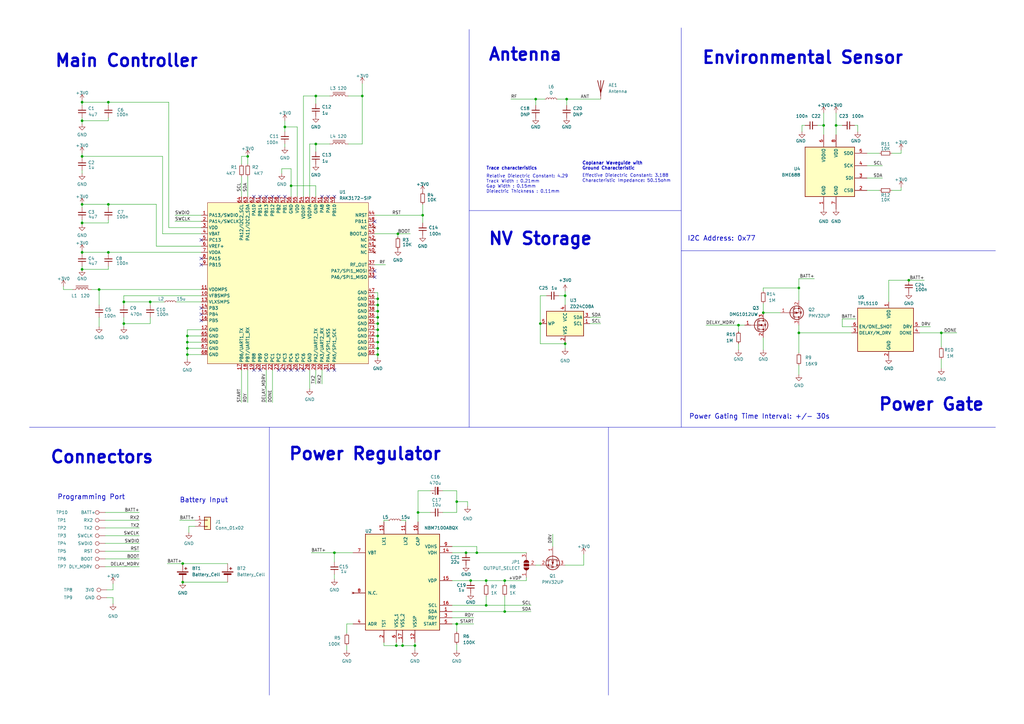
<source format=kicad_sch>
(kicad_sch (version 20230121) (generator eeschema)
  (paper "A3")
  (title_block (title "Teapotlabs BWLR1F") (date "2024-01-09") (rev "1") (company "Teapot Laboratories"))
  (lib_symbols
    (symbol "Connector:TestPoint" (pin_numbers hide) (pin_names (offset 0.762) hide)
      (property "Reference" "TP" (at 0 6.858 0))
      (property "Value" "TestPoint" (at 0 5.08 0))
      (symbol "TestPoint_1_1"
        (pin passive line (at 0 0 90) (length 2.54) (name "1") (number "1"))
      )
    )
    (symbol "Connector_Generic:Conn_01x02" (pin_names (offset 1.016) hide)
      (property "Reference" "J" (at 0 2.54 0))
      (property "Value" "Conn_01x02" (at 0 -5.08 0))
      (symbol "Conn_01x02_1_1"
        (pin passive line (at -5.08 0 0) (length 3.81) (name "Pin_1") (number "1"))
        (pin passive line (at -5.08 -2.54 0) (length 3.81) (name "Pin_2") (number "2"))
      )
    )
    (symbol "Device:Antenna" (pin_numbers hide) (pin_names (offset 1.016) hide)
      (property "Reference" "AE" (at -1.905 1.905 0))
      (property "Value" "Antenna" (at -1.905 0 0))
      (symbol "Antenna_1_1"
        (pin input line (at 0 -5.08 90) (length 2.54) (name "A") (number "1"))
      )
    )
    (symbol "Device:Battery_Cell" (pin_numbers hide) (pin_names (offset 0) hide)
      (property "Reference" "BT" (at 2.54 2.54 0))
      (property "Value" "Battery_Cell" (at 2.54 0 0))
      (symbol "Battery_Cell_1_1"
        (pin passive line (at 0 5.08 270) (length 2.54) (name "+") (number "1"))
        (pin passive line (at 0 -2.54 90) (length 2.54) (name "-") (number "2"))
      )
    )
    (symbol "Device:C_Polarized_Small" (pin_numbers hide) (pin_names (offset 0.254) hide)
      (property "Reference" "C" (at 0.254 1.778 0))
      (property "Value" "C_Polarized_Small" (at 0.254 -2.032 0))
      (symbol "C_Polarized_Small_1_1"
        (pin passive line (at 0 2.54 270) (length 1.8542) (name "~") (number "1"))
        (pin passive line (at 0 -2.54 90) (length 1.8542) (name "~") (number "2"))
      )
    )
    (symbol "Device:C_Small" (pin_numbers hide) (pin_names (offset 0.254) hide)
      (property "Reference" "C" (at 0.254 1.778 0))
      (property "Value" "C_Small" (at 0.254 -2.032 0))
      (symbol "C_Small_1_1"
        (pin passive line (at 0 2.54 270) (length 2.032) (name "~") (number "1"))
        (pin passive line (at 0 -2.54 90) (length 2.032) (name "~") (number "2"))
      )
    )
    (symbol "Device:L_Iron" (pin_numbers hide) (pin_names (offset 1.016) hide)
      (property "Reference" "L" (at -1.27 0 90))
      (property "Value" "L_Iron" (at 2.794 0 90))
      (symbol "L_Iron_1_1"
        (pin passive line (at 0 3.81 270) (length 1.27) (name "1") (number "1"))
        (pin passive line (at 0 -3.81 90) (length 1.27) (name "2") (number "2"))
      )
    )
    (symbol "Device:L_Small" (pin_numbers hide) (pin_names (offset 0.254) hide)
      (property "Reference" "L" (at 0.762 1.016 0))
      (property "Value" "L_Small" (at 0.762 -1.016 0))
      (symbol "L_Small_1_1"
        (pin passive line (at 0 2.54 270) (length 0.508) (name "~") (number "1"))
        (pin passive line (at 0 -2.54 90) (length 0.508) (name "~") (number "2"))
      )
    )
    (symbol "Device:Q_NMOS_GSD" (pin_names (offset 0) hide)
      (property "Reference" "Q" (at 5.08 1.27 0))
      (property "Value" "Q_NMOS_GSD" (at 5.08 -1.27 0))
      (symbol "Q_NMOS_GSD_1_1"
        (pin input line (at -5.08 0 0) (length 2.54) (name "G") (number "1"))
        (pin passive line (at 2.54 -5.08 90) (length 2.54) (name "S") (number "2"))
        (pin passive line (at 2.54 5.08 270) (length 2.54) (name "D") (number "3"))
      )
    )
    (symbol "Device:Q_PMOS_GSD" (pin_names (offset 0) hide)
      (property "Reference" "Q" (at 5.08 1.27 0))
      (property "Value" "Q_PMOS_GSD" (at 5.08 -1.27 0))
      (symbol "Q_PMOS_GSD_1_1"
        (pin input line (at -5.08 0 0) (length 2.54) (name "G") (number "1"))
        (pin passive line (at 2.54 -5.08 90) (length 2.54) (name "S") (number "2"))
        (pin passive line (at 2.54 5.08 270) (length 2.54) (name "D") (number "3"))
      )
    )
    (symbol "Device:R_Small" (pin_numbers hide) (pin_names (offset 0.254) hide)
      (property "Reference" "R" (at 0.762 0.508 0))
      (property "Value" "R_Small" (at 0.762 -1.016 0))
      (symbol "R_Small_1_1"
        (pin passive line (at 0 2.54 270) (length 0.762) (name "~") (number "1"))
        (pin passive line (at 0 -2.54 90) (length 0.762) (name "~") (number "2"))
      )
    )
    (symbol "Jumper:SolderJumper_3_Open" (pin_names (offset 0) hide)
      (property "Reference" "JP" (at -2.54 -2.54 0))
      (property "Value" "SolderJumper_3_Open" (at 0 2.794 0))
      (symbol "SolderJumper_3_Open_1_1"
        (pin passive line (at -5.08 0 0) (length 2.54) (name "A") (number "1"))
        (pin passive line (at 0 -3.81 90) (length 2.54) (name "C") (number "2"))
        (pin passive line (at 5.08 0 180) (length 2.54) (name "B") (number "3"))
      )
    )
    (symbol "Memory_EEPROM:24AA02-OT"
      (property "Reference" "U6" (at 1.9559 8.89 0))
      (property "Value" "24AA32A" (at 1.9559 6.35 0))
      (symbol "24AA02-OT_1_1"
        (pin input line (at 10.16 0 180) (length 2.54) (name "SCL") (number "1"))
        (pin power_in line (at 0 -7.62 90) (length 2.54) (name "VSS") (number "2"))
        (pin bidirectional line (at 10.16 2.54 180) (length 2.54) (name "SDA") (number "3"))
        (pin power_in line (at 0 7.62 270) (length 2.54) (name "VCC") (number "4"))
        (pin input line (at -10.16 0 0) (length 2.54) (name "WP") (number "5"))
      )
    )
    (symbol "Sensor:BME680"
      (property "Reference" "U" (at -8.89 11.43 0))
      (property "Value" "BME680" (at 7.62 11.43 0))
      (symbol "BME680_1_1"
        (pin power_in line (at -2.54 -15.24 90) (length 5.08) (name "GND") (number "1"))
        (pin input line (at 15.24 -7.62 180) (length 5.08) (name "CSB") (number "2"))
        (pin bidirectional line (at 15.24 -2.54 180) (length 5.08) (name "SDI") (number "3"))
        (pin input line (at 15.24 2.54 180) (length 5.08) (name "SCK") (number "4"))
        (pin bidirectional line (at 15.24 7.62 180) (length 5.08) (name "SDO") (number "5"))
        (pin power_in line (at -2.54 15.24 270) (length 5.08) (name "VDDIO") (number "6"))
        (pin power_in line (at 2.54 -15.24 90) (length 5.08) (name "GND") (number "7"))
        (pin power_in line (at 2.54 15.24 270) (length 5.08) (name "VDD") (number "8"))
      )
    )
    (symbol "Timer:TPL5110"
      (property "Reference" "U" (at -10.16 8.89 0))
      (property "Value" "TPL5110" (at 6.35 8.89 0))
      (symbol "TPL5110_1_1"
        (pin power_in line (at 0 10.16 270) (length 2.54) (name "VDD") (number "1"))
        (pin power_in line (at 0 -12.7 90) (length 2.54) (name "GND") (number "2"))
        (pin input line (at -15.24 -2.54 0) (length 2.54) (name "DELAY/M_DRV") (number "3"))
        (pin input line (at 12.7 -2.54 180) (length 2.54) (name "DONE") (number "4"))
        (pin output line (at 12.7 0 180) (length 2.54) (name "DRV") (number "5"))
        (pin input line (at -15.24 0 0) (length 2.54) (name "EN/ONE_SHOT") (number "6"))
      )
    )
    (symbol "bwlr1f:NBM7100ABQX" (pin_names (offset 1.016))
      (property "Reference" "U5" (at -13.97 21.59 0))
      (property "Value" "NBM7100ABQX" (at 15.24 21.59 0))
      (symbol "NBM7100ABQX_1_1"
        (pin passive line (at 20.32 -11.43 180) (length 5.08) (name "SDA") (number "1"))
        (pin passive line (at 6.35 25.4 270) (length 5.08) (name "CAP") (number "10"))
        (pin passive line (at 1.27 25.4 270) (length 5.08) (name "LX2") (number "11"))
        (pin passive line (at 5.08 -24.13 90) (length 5.08) (name "VSSP") (number "12"))
        (pin passive line (at -7.62 25.4 270) (length 5.08) (name "LX1") (number "13"))
        (pin passive line (at 20.32 12.7 180) (length 5.08) (name "VDH") (number "14"))
        (pin passive line (at 20.32 1.27 180) (length 5.08) (name "VDP") (number "15"))
        (pin passive line (at 20.32 -8.89 180) (length 5.08) (name "SCL") (number "16"))
        (pin passive line (at 0 -24.13 90) (length 5.08) (name "VSS_2") (number "17"))
        (pin passive line (at -7.62 -24.13 90) (length 5.08) (name "TST") (number "2"))
        (pin passive line (at 20.32 -13.97 180) (length 5.08) (name "RDY") (number "3"))
        (pin passive line (at -20.32 -16.51 0) (length 5.08) (name "ADR") (number "4"))
        (pin passive line (at 20.32 -16.51 180) (length 5.08) (name "START") (number "5"))
        (pin passive line (at -2.54 -24.13 90) (length 5.08) (name "VSS_1") (number "6"))
        (pin passive line (at -20.32 12.7 0) (length 5.08) (name "VBT") (number "7"))
        (pin no_connect line (at -20.32 -3.81 0) (length 5.08) (name "N.C.") (number "8"))
        (pin passive line (at 20.32 15.24 180) (length 5.08) (name "VDHS") (number "9"))
      )
    )
    (symbol "bwlr1f:RAK3172-SIP"
      (property "Reference" "U" (at 19.7994 38.1 0))
      (property "Value" "RAK3172-SIP" (at 20.32 34.29 0))
      (symbol "RAK3172-SIP_0_0"
        (pin input line (at -36.83 -5.08 0) (length 2.54) (name "VFBSMPS") (number "10"))
        (pin power_in line (at -36.83 -2.54 0) (length 2.54) (name "VDDMPS") (number "11"))
        (pin power_in line (at -36.83 -19.05 0) (length 2.54) (name "GND") (number "12"))
        (pin power_out line (at -36.83 -7.62 0) (length 2.54) (name "VLXSMPS") (number "13"))
        (pin bidirectional line (at -36.83 -10.16 0) (length 2.54) (name "PB3") (number "14"))
        (pin bidirectional line (at -36.83 -12.7 0) (length 2.54) (name "PB4") (number "15"))
        (pin bidirectional line (at -36.83 -15.24 0) (length 2.54) (name "PB5") (number "16"))
        (pin bidirectional line (at -20.32 -35.56 90) (length 2.54) (name "PB6/UART1_TX") (number "17"))
        (pin bidirectional line (at -17.78 -35.56 90) (length 2.54) (name "PB7/UART1_RX") (number "18"))
        (pin bidirectional line (at -15.24 -35.56 90) (length 2.54) (name "PB8") (number "19"))
        (pin bidirectional line (at -12.7 -35.56 90) (length 2.54) (name "PB9") (number "20"))
        (pin bidirectional line (at -10.16 -35.56 90) (length 2.54) (name "PC0") (number "21"))
        (pin bidirectional line (at -7.62 -35.56 90) (length 2.54) (name "PC1") (number "22"))
        (pin bidirectional line (at -5.08 -35.56 90) (length 2.54) (name "PC2") (number "23"))
        (pin bidirectional line (at -2.54 -35.56 90) (length 2.54) (name "PC3") (number "24"))
        (pin bidirectional line (at 0 -35.56 90) (length 2.54) (name "PC4") (number "25"))
        (pin bidirectional line (at 2.54 -35.56 90) (length 2.54) (name "PC5") (number "26"))
        (pin bidirectional line (at 5.08 -35.56 90) (length 2.54) (name "PC6") (number "27"))
        (pin power_in line (at 7.62 -35.56 90) (length 2.54) (name "GND") (number "28"))
        (pin output line (at 10.16 -35.56 90) (length 2.54) (name "PA2/UART2_TX") (number "29"))
        (pin power_in line (at -36.83 22.86 0) (length 2.54) (name "VDD") (number "3"))
        (pin input line (at 12.7 -35.56 90) (length 2.54) (name "PA3/UART2_RX") (number "30"))
        (pin power_in line (at 34.29 -16.51 180) (length 2.54) (name "GND") (number "35"))
        (pin power_in line (at 34.29 -13.97 180) (length 2.54) (name "GND") (number "36"))
        (pin output line (at 34.29 7.62 180) (length 2.54) (name "RF_OUT") (number "37"))
        (pin power_in line (at 34.29 -11.43 180) (length 2.54) (name "GND") (number "38"))
        (pin power_in line (at 34.29 -8.89 180) (length 2.54) (name "GND") (number "39"))
        (pin power_in line (at -36.83 20.32 0) (length 2.54) (name "VBAT") (number "4"))
        (pin no_connect line (at 34.29 12.7 180) (length 2.54) (name "NC") (number "40"))
        (pin no_connect line (at 34.29 15.24 180) (length 2.54) (name "NC") (number "41"))
        (pin no_connect line (at 34.29 17.78 180) (length 2.54) (name "NC") (number "42"))
        (pin input line (at 34.29 20.32 180) (length 2.54) (name "BOOT_0") (number "43"))
        (pin input line (at 34.29 27.94 180) (length 2.54) (name "NRST") (number "44"))
        (pin no_connect line (at 34.29 22.86 180) (length 2.54) (name "NC") (number "45"))
        (pin power_in line (at 34.29 -6.35 180) (length 2.54) (name "GND") (number "46"))
        (pin power_in line (at 34.29 -3.81 180) (length 2.54) (name "GND") (number "47"))
        (pin bidirectional line (at 34.29 25.4 180) (length 2.54) (name "PB11") (number "48"))
        (pin bidirectional line (at 17.78 35.56 270) (length 2.54) (name "PB10") (number "49"))
        (pin bidirectional line (at -36.83 17.78 0) (length 2.54) (name "PC13") (number "5"))
        (pin bidirectional line (at 15.24 35.56 270) (length 2.54) (name "PA9") (number "50"))
        (pin bidirectional line (at 12.7 35.56 270) (length 2.54) (name "PA8") (number "51"))
        (pin power_in line (at 10.16 35.56 270) (length 2.54) (name "GND") (number "52"))
        (pin power_in line (at 7.62 35.56 270) (length 2.54) (name "VDDPA") (number "53"))
        (pin power_in line (at 5.08 35.56 270) (length 2.54) (name "VDDRF") (number "54"))
        (pin power_in line (at 2.54 35.56 270) (length 2.54) (name "VDD") (number "55"))
        (pin power_in line (at 0 35.56 270) (length 2.54) (name "GND") (number "56"))
        (pin bidirectional line (at -2.54 35.56 270) (length 2.54) (name "PB1") (number "57"))
        (pin bidirectional line (at -5.08 35.56 270) (length 2.54) (name "PB2") (number "58"))
        (pin bidirectional line (at -7.62 35.56 270) (length 2.54) (name "PB12") (number "59"))
        (pin power_in line (at -36.83 15.24 0) (length 2.54) (name "VREF+") (number "6"))
        (pin bidirectional line (at -10.16 35.56 270) (length 2.54) (name "PB13") (number "60"))
        (pin bidirectional line (at -12.7 35.56 270) (length 2.54) (name "PB14") (number "61"))
        (pin bidirectional line (at -15.24 35.56 270) (length 2.54) (name "PA10") (number "62"))
        (pin power_in line (at -36.83 -21.59 0) (length 2.54) (name "GND") (number "65"))
        (pin power_in line (at -36.83 -24.13 0) (length 2.54) (name "GND") (number "66"))
        (pin power_in line (at -36.83 -26.67 0) (length 2.54) (name "GND") (number "67"))
        (pin power_in line (at -36.83 -29.21 0) (length 2.54) (name "GND") (number "68"))
        (pin power_in line (at 34.29 -29.21 180) (length 2.54) (name "GND") (number "69"))
        (pin power_in line (at -36.83 12.7 0) (length 2.54) (name "VDDA") (number "7"))
        (pin power_in line (at 34.29 -26.67 180) (length 2.54) (name "GND") (number "70"))
        (pin power_in line (at 34.29 -24.13 180) (length 2.54) (name "GND") (number "71"))
        (pin power_in line (at 34.29 -21.59 180) (length 2.54) (name "GND") (number "72"))
        (pin power_in line (at 34.29 -19.05 180) (length 2.54) (name "GND") (number "73"))
        (pin bidirectional line (at -36.83 10.16 0) (length 2.54) (name "PA15") (number "8"))
        (pin bidirectional line (at -36.83 7.62 0) (length 2.54) (name "PB15") (number "9"))
      )
      (symbol "RAK3172-SIP_1_0"
        (pin input line (at -36.83 27.94 0) (length 2.54) (name "PA13/SWDIO") (number "1"))
        (pin output line (at -36.83 25.4 0) (length 2.54) (name "PA14/SWCLK") (number "2"))
        (pin bidirectional line (at 15.24 -35.56 90) (length 2.54) (name "PA4/SPI1_NSS") (number "31"))
        (pin bidirectional line (at 17.78 -35.56 90) (length 2.54) (name "PA5/SPI1_SCK") (number "32"))
        (pin bidirectional line (at 34.29 2.54 180) (length 2.54) (name "PA6/SPI1_MISO") (number "33"))
        (pin bidirectional line (at 34.29 5.08 180) (length 2.54) (name "PA7/SPI1_MOSI") (number "34"))
        (pin bidirectional line (at -17.78 35.56 270) (length 2.54) (name "PA11/I2C2_SDA") (number "63"))
        (pin bidirectional line (at -20.32 35.56 270) (length 2.54) (name "PA12/I2C2_SCL") (number "64"))
      )
    )
    (symbol "power:+3V0" (power) (pin_names (offset 0))
      (property "Value" "+3V0" (at 0 3.556 0))
      (symbol "+3V0_1_1"
        (pin power_in line (at 0 0 90) (length 0) hide (name "+3V0") (number "1"))
      )
    )
    (symbol "power:GND" (power) (pin_names (offset 0))
      (property "Value" "GND" (at 0 -3.81 0))
      (symbol "GND_1_1"
        (pin power_in line (at 0 0 270) (length 0) hide (name "GND") (number "1"))
      )
    )
  )
  (junction (at 232.41 40.64))
  (junction (at 219.71 40.64))
  (junction (at 44.45 41.91))
  (junction (at 76.835 140.335))
  (junction (at 40.64 118.745))
  (junction (at 302.895 133.35))
  (junction (at 33.655 91.44))
  (junction (at 207.01 238.125))
  (junction (at 154.94 127.635))
  (junction (at 207.01 250.825))
  (junction (at 61.595 123.825))
  (junction (at 327.66 118.11))
  (junction (at 162.56 264.795))
  (junction (at 154.94 135.255))
  (junction (at 199.39 238.125))
  (junction (at 154.94 137.795))
  (junction (at 33.655 64.135))
  (junction (at 76.835 142.875))
  (junction (at 372.745 114.935))
  (junction (at 44.45 103.505))
  (junction (at 386.08 136.525))
  (junction (at 154.94 142.875))
  (junction (at 148.59 39.37))
  (junction (at 154.94 130.175))
  (junction (at 116.84 52.07))
  (junction (at 154.94 125.095))
  (junction (at 171.45 210.185))
  (junction (at 154.94 122.555))
  (junction (at 129.54 59.055))
  (junction (at 154.94 132.715))
  (junction (at 199.39 248.285))
  (junction (at 33.655 83.82))
  (junction (at 187.325 255.905))
  (junction (at 187.325 205.74))
  (junction (at 313.055 128.27))
  (junction (at 129.54 39.37))
  (junction (at 191.135 226.695))
  (junction (at 195.58 226.695))
  (junction (at 137.16 226.695))
  (junction (at 74.93 231.14))
  (junction (at 50.8 123.825))
  (junction (at 33.655 103.505))
  (junction (at 231.775 121.285))
  (junction (at 170.18 264.795))
  (junction (at 173.355 88.265))
  (junction (at 33.655 41.91))
  (junction (at 193.04 238.125))
  (junction (at 33.655 49.53))
  (junction (at 165.1 264.795))
  (junction (at 74.93 238.76))
  (junction (at 101.6 64.135))
  (junction (at 50.8 132.715))
  (junction (at 154.94 145.415))
  (junction (at 342.9 51.435))
  (junction (at 327.66 136.525))
  (junction (at 231.775 140.97))
  (junction (at 44.45 83.82))
  (junction (at 76.835 145.415))
  (junction (at 76.835 137.795))
  (junction (at 33.655 110.49))
  (junction (at 119.38 76.2))
  (junction (at 337.82 51.435))
  (junction (at 221.615 132.715))
  (junction (at 154.94 140.335))
  (junction (at 163.195 95.885))
  (no_connect (at 114.3 151.765))
  (no_connect (at 82.55 106.045))
  (no_connect (at 137.16 151.765))
  (no_connect (at 82.55 98.425))
  (no_connect (at 114.3 80.645))
  (no_connect (at 153.67 90.805))
  (no_connect (at 82.55 126.365))
  (no_connect (at 104.14 151.765))
  (no_connect (at 134.62 80.645))
  (no_connect (at 134.62 151.765))
  (no_connect (at 109.22 80.645))
  (no_connect (at 104.14 80.645))
  (no_connect (at 106.68 80.645))
  (no_connect (at 82.55 131.445))
  (no_connect (at 124.46 151.765))
  (no_connect (at 116.84 80.645))
  (no_connect (at 132.08 80.645))
  (no_connect (at 111.76 80.645))
  (no_connect (at 137.16 80.645))
  (no_connect (at 153.67 111.125))
  (no_connect (at 106.68 151.765))
  (no_connect (at 121.92 151.765))
  (no_connect (at 82.55 128.905))
  (no_connect (at 119.38 151.765))
  (no_connect (at 153.67 113.665))
  (no_connect (at 116.84 151.765))
  (no_connect (at 82.55 108.585))
  (polyline (pts (xy 110.49 175.26) (xy 110.49 285.115)))
  (wire (pts (xy 154.94 137.795) (xy 154.94 140.335)))
  (wire (pts (xy 33.655 102.87) (xy 33.655 103.505)))
  (wire (pts (xy 40.64 130.175) (xy 40.64 133.985)))
  (wire (pts (xy 132.08 151.765) (xy 132.08 157.48)))
  (wire (pts (xy 173.355 88.265) (xy 173.355 91.44)))
  (wire (pts (xy 209.55 40.64) (xy 219.71 40.64)))
  (wire (pts (xy 153.67 130.175) (xy 154.94 130.175)))
  (wire (pts (xy 355.6 67.945) (xy 361.95 67.945)))
  (wire (pts (xy 302.895 140.97) (xy 302.895 143.51)))
  (wire (pts (xy 142.875 59.055) (xy 148.59 59.055)))
  (wire (pts (xy 191.135 226.695) (xy 195.58 226.695)))
  (polyline (pts (xy 12.065 175.26) (xy 408.305 175.26)))
  (wire (pts (xy 328.93 51.435) (xy 328.93 53.975)))
  (wire (pts (xy 157.48 264.795) (xy 162.56 264.795)))
  (wire (pts (xy 82.55 95.885) (xy 66.675 95.885)))
  (wire (pts (xy 351.79 51.435) (xy 351.79 53.975)))
  (wire (pts (xy 115.57 69.215) (xy 115.57 71.12)))
  (wire (pts (xy 154.94 140.335) (xy 154.94 142.875)))
  (wire (pts (xy 148.59 39.37) (xy 148.59 59.055)))
  (wire (pts (xy 219.71 40.64) (xy 223.52 40.64)))
  (wire (pts (xy 82.55 142.875) (xy 76.835 142.875)))
  (wire (pts (xy 99.06 72.39) (xy 99.06 80.645)))
  (wire (pts (xy 171.45 201.295) (xy 171.45 210.185)))
  (wire (pts (xy 327.66 133.35) (xy 327.66 136.525)))
  (wire (pts (xy 153.67 142.875) (xy 154.94 142.875)))
  (wire (pts (xy 226.695 224.155) (xy 226.695 219.075)))
  (wire (pts (xy 71.755 90.805) (xy 82.55 90.805)))
  (wire (pts (xy 313.055 118.11) (xy 327.66 118.11)))
  (wire (pts (xy 166.37 213.36) (xy 166.37 213.995)))
  (wire (pts (xy 148.59 34.29) (xy 148.59 39.37)))
  (wire (pts (xy 162.56 264.795) (xy 165.1 264.795)))
  (wire (pts (xy 50.8 132.715) (xy 50.8 133.985)))
  (wire (pts (xy 302.895 133.35) (xy 302.895 135.89)))
  (wire (pts (xy 76.835 145.415) (xy 76.835 142.875)))
  (wire (pts (xy 345.44 130.81) (xy 351.155 130.81)))
  (polyline (pts (xy 249.555 175.26) (xy 249.555 285.115)))
  (wire (pts (xy 246.38 130.175) (xy 241.935 130.175)))
  (wire (pts (xy 33.655 48.26) (xy 33.655 49.53)))
  (wire (pts (xy 99.06 64.135) (xy 99.06 67.31)))
  (wire (pts (xy 185.42 238.125) (xy 193.04 238.125)))
  (wire (pts (xy 153.67 127.635) (xy 154.94 127.635)))
  (wire (pts (xy 119.38 76.2) (xy 119.38 69.215)))
  (wire (pts (xy 61.595 123.825) (xy 67.31 123.825)))
  (wire (pts (xy 187.325 205.74) (xy 187.325 201.295)))
  (wire (pts (xy 207.01 239.395) (xy 207.01 238.125)))
  (wire (pts (xy 153.67 145.415) (xy 154.94 145.415)))
  (wire (pts (xy 157.48 213.36) (xy 159.385 213.36)))
  (wire (pts (xy 33.655 83.82) (xy 44.45 83.82)))
  (wire (pts (xy 224.155 121.285) (xy 221.615 121.285)))
  (wire (pts (xy 69.215 41.91) (xy 44.45 41.91)))
  (wire (pts (xy 185.42 226.695) (xy 191.135 226.695)))
  (wire (pts (xy 142.24 264.795) (xy 142.24 266.7)))
  (wire (pts (xy 142.875 39.37) (xy 148.59 39.37)))
  (wire (pts (xy 195.58 224.155) (xy 195.58 226.695)))
  (polyline (pts (xy 192.405 86.36) (xy 279.4 86.36)))
  (wire (pts (xy 219.71 231.775) (xy 221.615 231.775)))
  (wire (pts (xy 111.76 165.1) (xy 111.76 151.765)))
  (wire (pts (xy 342.9 51.435) (xy 345.44 51.435)))
  (wire (pts (xy 232.41 40.64) (xy 232.41 43.18)))
  (wire (pts (xy 119.38 69.215) (xy 115.57 69.215)))
  (wire (pts (xy 173.355 83.82) (xy 173.355 88.265)))
  (wire (pts (xy 50.8 132.715) (xy 61.595 132.715)))
  (wire (pts (xy 228.6 40.64) (xy 232.41 40.64)))
  (wire (pts (xy 73.66 213.36) (xy 80.01 213.36)))
  (wire (pts (xy 207.01 238.125) (xy 215.9 238.125)))
  (wire (pts (xy 101.6 72.39) (xy 101.6 80.645)))
  (wire (pts (xy 153.67 95.885) (xy 163.195 95.885)))
  (wire (pts (xy 327.66 118.11) (xy 327.66 123.19)))
  (wire (pts (xy 82.55 93.345) (xy 69.215 93.345)))
  (wire (pts (xy 26.035 118.745) (xy 26.035 117.475)))
  (wire (pts (xy 386.08 136.525) (xy 386.08 142.24)))
  (wire (pts (xy 44.45 83.82) (xy 64.135 83.82)))
  (wire (pts (xy 330.2 51.435) (xy 328.93 51.435)))
  (wire (pts (xy 121.92 52.07) (xy 116.84 52.07)))
  (wire (pts (xy 43.18 229.235) (xy 57.15 229.235)))
  (polyline (pts (xy 279.4 102.87) (xy 408.305 102.87)))
  (wire (pts (xy 232.41 40.64) (xy 246.38 40.64)))
  (wire (pts (xy 82.55 140.335) (xy 76.835 140.335)))
  (wire (pts (xy 135.255 59.055) (xy 129.54 59.055)))
  (wire (pts (xy 154.94 145.415) (xy 154.94 146.685)))
  (wire (pts (xy 82.55 121.285) (xy 50.8 121.285)))
  (wire (pts (xy 33.655 103.505) (xy 33.655 104.14)))
  (wire (pts (xy 129.54 76.2) (xy 119.38 76.2)))
  (wire (pts (xy 153.67 137.795) (xy 154.94 137.795)))
  (wire (pts (xy 157.48 213.995) (xy 157.48 213.36)))
  (wire (pts (xy 154.94 130.175) (xy 154.94 132.715)))
  (wire (pts (xy 153.67 125.095) (xy 154.94 125.095)))
  (wire (pts (xy 327.66 149.86) (xy 327.66 153.67)))
  (wire (pts (xy 44.45 90.17) (xy 44.45 91.44)))
  (wire (pts (xy 246.38 132.715) (xy 241.935 132.715)))
  (wire (pts (xy 342.9 46.355) (xy 342.9 51.435)))
  (wire (pts (xy 207.01 250.825) (xy 217.805 250.825)))
  (wire (pts (xy 137.16 230.505) (xy 137.16 226.695)))
  (wire (pts (xy 101.6 151.765) (xy 101.6 165.1)))
  (wire (pts (xy 163.195 97.155) (xy 163.195 95.885)))
  (wire (pts (xy 364.49 114.935) (xy 372.745 114.935)))
  (wire (pts (xy 165.1 264.795) (xy 165.1 263.525)))
  (wire (pts (xy 33.655 41.275) (xy 33.655 41.91)))
  (wire (pts (xy 171.45 213.995) (xy 171.45 210.185)))
  (wire (pts (xy 215.9 238.125) (xy 215.9 236.855)))
  (wire (pts (xy 76.835 147.32) (xy 76.835 145.415)))
  (wire (pts (xy 29.845 118.745) (xy 26.035 118.745)))
  (wire (pts (xy 142.24 255.905) (xy 144.78 255.905)))
  (wire (pts (xy 99.06 165.1) (xy 99.06 151.765)))
  (wire (pts (xy 135.255 39.37) (xy 129.54 39.37)))
  (wire (pts (xy 327.66 136.525) (xy 327.66 144.78)))
  (wire (pts (xy 124.46 39.37) (xy 129.54 39.37)))
  (wire (pts (xy 46.355 245.11) (xy 46.355 247.65)))
  (wire (pts (xy 327.66 114.3) (xy 327.66 118.11)))
  (wire (pts (xy 44.45 48.26) (xy 44.45 49.53)))
  (wire (pts (xy 43.815 241.935) (xy 46.355 241.935)))
  (wire (pts (xy 171.45 210.185) (xy 176.53 210.185)))
  (wire (pts (xy 342.9 51.435) (xy 342.9 55.245)))
  (wire (pts (xy 43.815 245.11) (xy 46.355 245.11)))
  (wire (pts (xy 154.94 135.255) (xy 154.94 137.795)))
  (wire (pts (xy 142.24 255.905) (xy 142.24 259.715)))
  (wire (pts (xy 66.675 64.135) (xy 33.655 64.135)))
  (wire (pts (xy 345.44 130.81) (xy 345.44 133.985)))
  (wire (pts (xy 129.54 151.765) (xy 129.54 157.48)))
  (wire (pts (xy 43.18 213.36) (xy 57.15 213.36)))
  (wire (pts (xy 185.42 248.285) (xy 199.39 248.285)))
  (wire (pts (xy 355.6 62.865) (xy 360.68 62.865)))
  (wire (pts (xy 66.675 64.135) (xy 66.675 95.885)))
  (wire (pts (xy 386.08 147.32) (xy 386.08 151.13)))
  (wire (pts (xy 185.42 250.825) (xy 207.01 250.825)))
  (wire (pts (xy 64.135 100.965) (xy 64.135 83.82)))
  (wire (pts (xy 61.595 123.825) (xy 61.595 125.095)))
  (wire (pts (xy 50.8 125.095) (xy 50.8 123.825)))
  (wire (pts (xy 50.8 130.175) (xy 50.8 132.715)))
  (wire (pts (xy 369.57 76.835) (xy 369.57 78.105)))
  (wire (pts (xy 43.18 232.41) (xy 57.15 232.41)))
  (wire (pts (xy 207.01 244.475) (xy 207.01 250.825)))
  (wire (pts (xy 170.18 263.525) (xy 170.18 264.795)))
  (wire (pts (xy 43.18 210.185) (xy 57.15 210.185)))
  (wire (pts (xy 231.775 121.285) (xy 231.775 125.095)))
  (wire (pts (xy 124.46 80.645) (xy 124.46 39.37)))
  (wire (pts (xy 101.6 64.135) (xy 101.6 67.31)))
  (wire (pts (xy 33.655 64.135) (xy 33.655 62.865)))
  (wire (pts (xy 153.67 135.255) (xy 154.94 135.255)))
  (wire (pts (xy 82.55 135.255) (xy 76.835 135.255)))
  (wire (pts (xy 127 80.645) (xy 127 59.055)))
  (wire (pts (xy 231.775 142.875) (xy 231.775 140.97)))
  (wire (pts (xy 76.835 135.255) (xy 76.835 137.795)))
  (wire (pts (xy 129.54 59.055) (xy 129.54 62.23)))
  (wire (pts (xy 64.135 100.965) (xy 82.55 100.965)))
  (wire (pts (xy 40.64 118.745) (xy 40.64 125.095)))
  (wire (pts (xy 170.18 264.795) (xy 165.1 264.795)))
  (wire (pts (xy 154.94 127.635) (xy 154.94 130.175)))
  (wire (pts (xy 195.58 226.695) (xy 215.9 226.695)))
  (wire (pts (xy 364.49 123.825) (xy 364.49 114.935)))
  (wire (pts (xy 154.94 142.875) (xy 154.94 145.415)))
  (wire (pts (xy 187.325 255.905) (xy 185.42 255.905)))
  (wire (pts (xy 185.42 224.155) (xy 195.58 224.155)))
  (wire (pts (xy 43.18 226.06) (xy 57.15 226.06)))
  (wire (pts (xy 44.45 41.91) (xy 33.655 41.91)))
  (wire (pts (xy 44.45 91.44) (xy 33.655 91.44)))
  (wire (pts (xy 76.835 137.795) (xy 82.55 137.795)))
  (wire (pts (xy 191.77 207.645) (xy 191.77 205.74)))
  (wire (pts (xy 372.745 114.935) (xy 379.095 114.935)))
  (wire (pts (xy 199.39 239.395) (xy 199.39 238.125)))
  (wire (pts (xy 44.45 109.22) (xy 44.45 110.49)))
  (wire (pts (xy 46.355 241.935) (xy 46.355 239.395)))
  (wire (pts (xy 71.755 88.265) (xy 82.55 88.265)))
  (wire (pts (xy 313.055 138.43) (xy 313.055 143.51)))
  (wire (pts (xy 44.45 110.49) (xy 33.655 110.49)))
  (wire (pts (xy 129.54 80.645) (xy 129.54 76.2)))
  (wire (pts (xy 74.93 231.14) (xy 93.345 231.14)))
  (wire (pts (xy 157.48 263.525) (xy 157.48 264.795)))
  (wire (pts (xy 69.215 93.345) (xy 69.215 41.91)))
  (wire (pts (xy 33.655 92.075) (xy 33.655 91.44)))
  (wire (pts (xy 44.45 85.09) (xy 44.45 83.82)))
  (wire (pts (xy 199.39 248.285) (xy 217.805 248.285)))
  (wire (pts (xy 137.16 235.585) (xy 137.16 237.49)))
  (wire (pts (xy 162.56 263.525) (xy 162.56 264.795)))
  (wire (pts (xy 193.04 238.125) (xy 199.39 238.125)))
  (wire (pts (xy 377.19 133.985) (xy 381.635 133.985)))
  (wire (pts (xy 72.39 123.825) (xy 82.55 123.825)))
  (wire (pts (xy 231.775 119.38) (xy 231.775 121.285)))
  (wire (pts (xy 99.06 64.135) (xy 101.6 64.135)))
  (wire (pts (xy 219.71 40.64) (xy 219.71 43.18)))
  (wire (pts (xy 369.57 62.865) (xy 365.76 62.865)))
  (wire (pts (xy 187.325 201.295) (xy 181.61 201.295)))
  (wire (pts (xy 43.18 222.885) (xy 57.15 222.885)))
  (wire (pts (xy 221.615 140.97) (xy 231.775 140.97)))
  (wire (pts (xy 313.055 119.38) (xy 313.055 118.11)))
  (wire (pts (xy 154.94 125.095) (xy 154.94 127.635)))
  (wire (pts (xy 33.655 91.44) (xy 33.655 90.17)))
  (wire (pts (xy 337.82 46.355) (xy 337.82 51.435)))
  (wire (pts (xy 137.16 226.695) (xy 144.78 226.695)))
  (wire (pts (xy 154.94 122.555) (xy 153.67 122.555)))
  (wire (pts (xy 305.435 133.35) (xy 302.895 133.35)))
  (wire (pts (xy 221.615 132.715) (xy 221.615 140.97)))
  (wire (pts (xy 355.6 78.105) (xy 360.68 78.105)))
  (wire (pts (xy 369.57 61.595) (xy 369.57 62.865)))
  (wire (pts (xy 231.775 231.775) (xy 239.395 231.775)))
  (wire (pts (xy 158.115 108.585) (xy 153.67 108.585)))
  (wire (pts (xy 44.45 103.505) (xy 82.55 103.505)))
  (wire (pts (xy 76.835 140.335) (xy 76.835 137.795)))
  (wire (pts (xy 231.775 140.97) (xy 231.775 140.335)))
  (wire (pts (xy 116.84 52.07) (xy 116.84 53.975)))
  (wire (pts (xy 76.835 142.875) (xy 76.835 140.335)))
  (wire (pts (xy 33.655 110.49) (xy 33.655 109.22)))
  (wire (pts (xy 77.47 215.9) (xy 80.01 215.9)))
  (wire (pts (xy 154.94 122.555) (xy 154.94 125.095)))
  (wire (pts (xy 191.77 205.74) (xy 187.325 205.74)))
  (wire (pts (xy 392.43 136.525) (xy 386.08 136.525)))
  (wire (pts (xy 116.84 49.53) (xy 116.84 52.07)))
  (wire (pts (xy 109.22 165.1) (xy 109.22 151.765)))
  (wire (pts (xy 337.82 51.435) (xy 335.28 51.435)))
  (wire (pts (xy 121.92 80.645) (xy 121.92 52.07)))
  (wire (pts (xy 153.67 132.715) (xy 154.94 132.715)))
  (wire (pts (xy 129.54 39.37) (xy 129.54 42.545)))
  (wire (pts (xy 77.47 218.44) (xy 77.47 215.9)))
  (wire (pts (xy 153.67 120.015) (xy 154.94 120.015)))
  (wire (pts (xy 44.45 103.505) (xy 33.655 103.505)))
  (wire (pts (xy 50.8 121.285) (xy 50.8 123.825)))
  (wire (pts (xy 334.01 114.3) (xy 327.66 114.3)))
  (wire (pts (xy 229.235 121.285) (xy 231.775 121.285)))
  (wire (pts (xy 116.84 60.325) (xy 116.84 59.055)))
  (polyline (pts (xy 192.405 12.065) (xy 192.405 175.26)))
  (wire (pts (xy 119.38 80.645) (xy 119.38 76.2)))
  (wire (pts (xy 207.01 238.125) (xy 199.39 238.125)))
  (wire (pts (xy 181.61 210.185) (xy 187.325 210.185)))
  (wire (pts (xy 82.55 145.415) (xy 76.835 145.415)))
  (wire (pts (xy 239.395 227.33) (xy 239.395 231.775)))
  (wire (pts (xy 187.325 264.16) (xy 187.325 266.7)))
  (wire (pts (xy 44.45 104.14) (xy 44.45 103.505)))
  (wire (pts (xy 163.195 95.885) (xy 168.275 95.885)))
  (wire (pts (xy 327.66 136.525) (xy 349.25 136.525)))
  (wire (pts (xy 40.64 118.745) (xy 37.465 118.745)))
  (wire (pts (xy 153.67 88.265) (xy 173.355 88.265)))
  (wire (pts (xy 33.655 41.91) (xy 33.655 43.18)))
  (wire (pts (xy 170.18 264.795) (xy 170.18 266.7)))
  (wire (pts (xy 164.465 213.36) (xy 166.37 213.36)))
  (wire (pts (xy 153.67 140.335) (xy 154.94 140.335)))
  (wire (pts (xy 185.42 253.365) (xy 194.31 253.365)))
  (wire (pts (xy 50.8 123.825) (xy 61.595 123.825)))
  (wire (pts (xy 43.18 216.535) (xy 57.15 216.535)))
  (wire (pts (xy 194.31 255.905) (xy 187.325 255.905)))
  (wire (pts (xy 40.64 118.745) (xy 82.55 118.745)))
  (wire (pts (xy 154.94 132.715) (xy 154.94 135.255)))
  (wire (pts (xy 187.325 255.905) (xy 187.325 259.08)))
  (wire (pts (xy 61.595 130.175) (xy 61.595 132.715)))
  (wire (pts (xy 199.39 244.475) (xy 199.39 248.285)))
  (wire (pts (xy 43.18 219.71) (xy 57.15 219.71)))
  (wire (pts (xy 337.82 51.435) (xy 337.82 55.245)))
  (wire (pts (xy 176.53 201.295) (xy 171.45 201.295)))
  (wire (pts (xy 320.04 128.27) (xy 313.055 128.27)))
  (wire (pts (xy 74.93 238.76) (xy 93.345 238.76)))
  (wire (pts (xy 187.325 210.185) (xy 187.325 205.74)))
  (wire (pts (xy 68.58 231.14) (xy 74.93 231.14)))
  (wire (pts (xy 127 59.055) (xy 129.54 59.055)))
  (wire (pts (xy 33.655 71.12) (xy 33.655 69.85)))
  (wire (pts (xy 44.45 43.18) (xy 44.45 41.91)))
  (wire (pts (xy 350.52 51.435) (xy 351.79 51.435)))
  (wire (pts (xy 345.44 133.985) (xy 349.25 133.985)))
  (wire (pts (xy 127.635 226.695) (xy 137.16 226.695)))
  (polyline (pts (xy 279.4 11.43) (xy 279.4 175.26)))
  (wire (pts (xy 369.57 78.105) (xy 365.76 78.105)))
  (wire (pts (xy 33.655 83.82) (xy 33.655 85.09)))
  (wire (pts (xy 33.655 49.53) (xy 44.45 49.53)))
  (wire (pts (xy 355.6 73.025) (xy 361.95 73.025)))
  (wire (pts (xy 221.615 121.285) (xy 221.615 132.715)))
  (wire (pts (xy 313.055 124.46) (xy 313.055 128.27)))
  (wire (pts (xy 154.94 120.015) (xy 154.94 122.555)))
  (wire (pts (xy 127 159.385) (xy 127 151.765)))
  (wire (pts (xy 289.56 133.35) (xy 302.895 133.35)))
  (wire (pts (xy 386.08 136.525) (xy 377.19 136.525)))
  (wire (pts (xy 33.655 49.53) (xy 33.655 50.8)))
  (wire (pts (xy 33.655 64.135) (xy 33.655 64.77)))
  (text "Connectors" (at 20.32 190.5 0) (effects (font (size 5 5) (thickness 1) bold) (justify left bottom)))
  (text "Environmental Sensor" (at 287.655 26.67 0) (effects (font (size 5 5) (thickness 1) bold) (justify left bottom)))
  (text "Coplanar Waveguide with \nGround Characteristic" (at 238.76 69.85 0) (effects (font (size 1.3 1.3) (thickness 0.254) bold) (justify left bottom)))
  (text "NV Storage" (at 200.025 100.965 0) (effects (font (size 5 5) (thickness 1) bold) (justify left bottom)))
  (text "Programming Port" (at 23.495 205.105 0) (effects (font (size 2 2) (thickness 0.254) bold) (justify left bottom)))
  (text "Trace characteristics" (at 199.39 69.85 0) (effects (font (size 1.3 1.3) (thickness 0.254) bold) (justify left bottom)))
  (text "Power Gating Time Interval: +/- 30s" (at 282.575 172.085 0) (effects (font (size 2 2) (thickness 0.254) bold) (justify left bottom)))
  (text "Effective Dielectric Constant: 3.188\nCharacteristic Impedance: 50.15ohm" (at 238.76 74.93 0) (effects (font (size 1.3 1.3)) (justify left bottom)))
  (text "I2C Address: 0x77" (at 281.94 99.06 0) (effects (font (size 2 2) (thickness 0.254) bold) (justify left bottom)))
  (text "Antenna" (at 200.025 25.4 0) (effects (font (size 5 5) (thickness 1) bold) (justify left bottom)))
  (text "Power Gate" (at 360.045 168.91 0) (effects (font (size 5 5) (thickness 1) bold) (justify left bottom)))
  (text "Relative Dielectric Constant: 4.29\nTrack Width : 0.21mm\nGap Width : 0.15mm\nDielectric Thickness : 0.11mm" (at 199.39 79.375 0) (effects (font (size 1.3 1.3)) (justify left bottom)))
  (text "Power Regulator" (at 118.11 189.23 0) (effects (font (size 5 5) (thickness 1) bold) (justify left bottom)))
  (text "Main Controller" (at 22.225 27.94 0) (effects (font (size 5 5) (thickness 1) bold) (justify left bottom)))
  (text "Battery Input" (at 73.66 206.375 0) (effects (font (size 2 2) (thickness 0.254) bold) (justify left bottom)))
  (label "SWCLK" (at 71.755 90.805 0))
  (label "BATT+" (at 334.01 114.3 180))
  (label "+VDP" (at 213.995 238.125 180))
  (label "BATT+" (at 127.635 226.695 0))
  (label "BATT+" (at 57.15 210.185 180))
  (label "DELAY_MDRV" (at 109.22 165.1 90))
  (label "BOOT" (at 57.15 229.235 180))
  (label "RST" (at 164.465 88.265 180))
  (label "START" (at 194.31 255.905 180))
  (label "START" (at 99.06 165.1 90))
  (label "SCL" (at 361.95 67.945 180))
  (label "SWDIO" (at 57.15 222.885 180))
  (label "RDY" (at 194.31 253.365 180))
  (label "RX2" (at 57.15 213.36 180))
  (label "SDA" (at 246.38 130.175 180))
  (label "TX2" (at 129.54 157.48 90))
  (label "SDA" (at 217.805 250.825 180))
  (label "RF" (at 158.115 108.585 180))
  (label "TX2" (at 57.15 216.535 180))
  (label "SWDIO" (at 71.755 88.265 0))
  (label "DELAY_MDRV" (at 57.15 232.41 180))
  (label "SDA" (at 361.95 73.025 180))
  (label "DONE" (at 111.76 165.1 90))
  (label "SWCLK" (at 57.15 219.71 180))
  (label "BATT+" (at 73.66 213.36 0))
  (label "BATT+" (at 351.155 130.81 180))
  (label "SCL" (at 99.06 74.93 270))
  (label "SCL" (at 246.38 132.715 180))
  (label "ANT" (at 238.125 40.64 0))
  (label "BATT+" (at 68.58 231.14 0))
  (label "RDY" (at 101.6 165.1 90))
  (label "SCL" (at 217.805 248.285 180))
  (label "SDA" (at 101.6 74.93 270))
  (label "DONE" (at 392.43 136.525 180))
  (label "BOOT" (at 168.275 95.885 180))
  (label "BATT+" (at 379.095 114.935 180))
  (label "DRV" (at 381.635 133.985 180))
  (label "DRV" (at 226.695 219.075 270))
  (label "RF" (at 209.55 40.64 0))
  (label "DELAY_MDRV" (at 289.56 133.35 0))
  (label "RX2" (at 132.08 157.48 90))
  (label "RST" (at 57.15 226.06 180))
  (symbol (lib_id "power:GND") (at 142.24 266.7 0) (unit 1)
    (property "Reference" "#PWR029" (effects hide))
    (property "Value" "GND" (at 142.24 271.145 0))
  )
  (symbol (lib_id "Device:Antenna") (at 246.38 35.56 0) (unit 1)
    (property "Reference" "AE1" (at 249.555 34.925 0) (effects (justify left)))
    (property "Value" "Antenna" (at 249.555 37.465 0) (effects (justify left)))
    (property "Footprint" "RF_Antenna:Texas_SWRA416_868MHz_915MHz" (effects hide))
  )
  (symbol (lib_id "Device:C_Small") (at 232.41 45.72 180) (unit 1)
    (property "Reference" "C20" (at 234.95 44.4435 0) (effects (justify right)))
    (property "Value" "DNP" (at 234.95 46.9835 0) (effects (justify right)))
    (property "Footprint" "Capacitor_SMD:C_0402_1005Metric" (effects hide))
  )
  (symbol (lib_id "Device:C_Small") (at 372.745 117.475 0) (mirror x) (unit 1)
    (property "Reference" "C24" (at 379.095 116.84 0) (effects (justify right)))
    (property "Value" "100n" (at 380.365 118.745 0) (effects (justify right)))
    (property "Footprint" "Capacitor_SMD:C_0402_1005Metric" (effects hide))
    (property "Datasheet" "https://datasheet.lcsc.com/lcsc/2304140030_Samsung-Electro-Mechanics-CL05B104KO5NNNC_C1525.pdf" (effects hide))
    (property "Part Description" "Ceramic Capacitor 100nF 10% 16V X7R" (effects hide))
    (property "Manufacturer" "Samsung Electro-Mechanics" (effects hide))
    (property "Manufacturer Part Number" "CL05B104KO5NNNC" (effects hide))
    (property "Distributor" "LCSC" (effects hide))
    (property "Distributor Part Number" "C1525" (effects hide))
    (property "Distributor Link" "https://www.lcsc.com/product-detail/Multilayer-Ceramic-Capacitors-MLCC-SMD-SMT_Samsung-Electro-Mechanics-CL05B104KO5NNNC_C1525.html" (effects hide))
  )
  (symbol (lib_id "Connector:TestPoint") (at 43.18 210.185 90) (unit 1)
    (property "Reference" "TP10" (at 25.4 210.185 90))
    (property "Value" "BATT+" (at 36.195 210.185 90))
    (property "Footprint" "TestPoint:TestPoint_Pad_D1.0mm" (effects hide))
  )
  (symbol (lib_id "power:GND") (at 129.54 67.31 0) (unit 1)
    (property "Reference" "#PWR021" (effects hide))
    (property "Value" "GND" (at 129.54 71.755 0))
  )
  (symbol (lib_id "Device:L_Small") (at 226.06 40.64 90) (unit 1)
    (property "Reference" "L6" (at 226.06 35.56 90))
    (property "Value" "0" (at 226.06 38.1 90))
    (property "Footprint" "Inductor_SMD:L_0402_1005Metric" (effects hide))
  )
  (symbol (lib_id "power:GND") (at 187.325 266.7 0) (unit 1)
    (property "Reference" "#PWR032" (effects hide))
    (property "Value" "GND" (at 187.325 271.145 0))
  )
  (symbol (lib_id "Device:C_Small") (at 219.71 45.72 180) (unit 1)
    (property "Reference" "C18" (at 213.36 44.45 0) (effects (justify right)))
    (property "Value" "DNP" (at 213.36 46.99 0) (effects (justify right)))
    (property "Footprint" "Capacitor_SMD:C_0402_1005Metric" (effects hide))
  )
  (symbol (lib_id "Device:C_Small") (at 191.135 229.235 180) (unit 1)
    (property "Reference" "C21" (at 186.69 228.6 0))
    (property "Value" "22u" (at 186.69 230.505 0))
    (property "Footprint" "Capacitor_SMD:C_1206_3216Metric" (effects hide))
    (property "Datasheet" "https://datasheet.lcsc.com/lcsc/2308041038_Chinocera-HGC1206R7226K160NSPJ_C7472972.pdf" (effects hide))
    (property "Manufacturer" "Chinocera" (effects hide))
    (property "Manufacturer Part Number" "HGC1206R7226K160NSPJ" (effects hide))
    (property "Part Description" "Ceramic Capacitors 16V 22uF X7R ±10%" (effects hide))
    (property "Distributor" "LCSC" (effects hide))
    (property "Distributor Part Number" "C7472972" (effects hide))
    (property "Distributor Link" "https://www.lcsc.com/product-detail/Multilayer-Ceramic-Capacitors-MLCC-SMD-SMT_Chinocera-HGC1206R7226K160NSPJ_C7472972.html" (effects hide))
  )
  (symbol (lib_id "power:GND") (at 193.04 243.205 0) (unit 1)
    (property "Reference" "#PWR034" (effects hide))
    (property "Value" "GND" (at 193.04 247.015 0))
  )
  (symbol (lib_id "power:+3V0") (at 231.775 119.38 0) (unit 1)
    (property "Reference" "#PWR035" (effects hide))
    (property "Value" "+3V0" (at 231.775 114.935 0))
  )
  (symbol (lib_id "Device:C_Small") (at 173.355 93.98 0) (mirror x) (unit 1)
    (property "Reference" "C14" (at 179.705 93.345 0) (effects (justify right)))
    (property "Value" "100n" (at 180.975 95.885 0) (effects (justify right)))
    (property "Footprint" "Capacitor_SMD:C_0402_1005Metric" (effects hide))
    (property "Datasheet" "https://datasheet.lcsc.com/lcsc/2304140030_Samsung-Electro-Mechanics-CL05B104KO5NNNC_C1525.pdf" (effects hide))
    (property "Part Description" "Ceramic Capacitor 100nF 10% 16V X7R" (effects hide))
    (property "Manufacturer" "Samsung Electro-Mechanics" (effects hide))
    (property "Manufacturer Part Number" "CL05B104KO5NNNC" (effects hide))
    (property "Distributor" "LCSC" (effects hide))
    (property "Distributor Part Number" "C1525" (effects hide))
    (property "Distributor Link" "https://www.lcsc.com/product-detail/Multilayer-Ceramic-Capacitors-MLCC-SMD-SMT_Samsung-Electro-Mechanics-CL05B104KO5NNNC_C1525.html" (effects hide))
  )
  (symbol (lib_id "Device:C_Small") (at 116.84 56.515 180) (unit 1)
    (property "Reference" "C11" (at 110.49 55.88 0) (effects (justify right)))
    (property "Value" "100n" (at 109.22 58.42 0) (effects (justify right)))
    (property "Footprint" "Capacitor_SMD:C_0402_1005Metric" (effects hide))
    (property "Datasheet" "https://datasheet.lcsc.com/lcsc/2304140030_Samsung-Electro-Mechanics-CL05B104KO5NNNC_C1525.pdf" (effects hide))
    (property "Part Description" "Ceramic Capacitor 100nF 10% 16V X7R" (effects hide))
    (property "Manufacturer" "Samsung Electro-Mechanics" (effects hide))
    (property "Manufacturer Part Number" "CL05B104KO5NNNC" (effects hide))
    (property "Distributor" "LCSC" (effects hide))
    (property "Distributor Part Number" "C1525" (effects hide))
    (property "Distributor Link" "https://www.lcsc.com/product-detail/Multilayer-Ceramic-Capacitors-MLCC-SMD-SMT_Samsung-Electro-Mechanics-CL05B104KO5NNNC_C1525.html" (effects hide))
  )
  (symbol (lib_id "power:+3V0") (at 116.84 49.53 0) (unit 1)
    (property "Reference" "#PWR017" (effects hide))
    (property "Value" "+3V0" (at 116.84 46.355 0))
  )
  (symbol (lib_id "power:GND") (at 127 159.385 0) (unit 1)
    (property "Reference" "#PWR019" (effects hide))
    (property "Value" "GND" (at 127 163.83 0))
  )
  (symbol (lib_id "Device:C_Small") (at 332.74 51.435 90) (mirror x) (unit 1)
    (property "Reference" "C22" (at 332.74 47.625 90) (effects (justify right)))
    (property "Value" "100n" (at 326.39 47.625 90) (effects (justify right)))
    (property "Footprint" "Capacitor_SMD:C_0402_1005Metric" (effects hide))
    (property "Datasheet" "https://datasheet.lcsc.com/lcsc/2304140030_Samsung-Electro-Mechanics-CL05B104KO5NNNC_C1525.pdf" (effects hide))
    (property "Part Description" "Ceramic Capacitor 100nF 10% 16V X7R" (effects hide))
    (property "Manufacturer" "Samsung Electro-Mechanics" (effects hide))
    (property "Manufacturer Part Number" "CL05B104KO5NNNC" (effects hide))
    (property "Distributor" "LCSC" (effects hide))
    (property "Distributor Part Number" "C1525" (effects hide))
    (property "Distributor Link" "https://www.lcsc.com/product-detail/Multilayer-Ceramic-Capacitors-MLCC-SMD-SMT_Samsung-Electro-Mechanics-CL05B104KO5NNNC_C1525.html" (effects hide))
  )
  (symbol (lib_id "Device:R_Small") (at 163.195 99.695 0) (mirror y) (unit 1)
    (property "Reference" "R3" (at 166.37 98.425 0))
    (property "Value" "10K" (at 167.005 100.33 0))
    (property "Footprint" "Resistor_SMD:R_0402_1005Metric" (effects hide))
    (property "Datasheet" "https://datasheet.lcsc.com/lcsc/2304140030_YAGEO-RC0402FR-0710KL_C60490.pdf" (effects hide))
    (property "Part Description" "Resistor 10K 1% 62.5mW" (effects hide))
    (property "Manufacturer" "YAGEO" (effects hide))
    (property "Manufacturer Part Number" "RC0402FR-0710KL" (effects hide))
    (property "Distributor" "LCSC" (effects hide))
    (property "Distributor Part Number" "C60490" (effects hide))
    (property "Distributor Link" "https://www.lcsc.com/product-detail/Chip-Resistor-Surface-Mount_YAGEO-RC0402FR-0710KL_C60490.html" (effects hide))
  )
  (symbol (lib_id "Device:R_Small") (at 313.055 121.92 0) (mirror y) (unit 1)
    (property "Reference" "R14" (at 318.135 120.65 0) (effects (justify left)))
    (property "Value" "1M" (at 318.135 123.19 0) (effects (justify left)))
    (property "Footprint" "Resistor_SMD:R_0402_1005Metric" (effects hide))
    (property "Datasheet" "https://datasheet.lcsc.com/lcsc/2206010030_UNI-ROYAL-Uniroyal-Elec-0402WGF1004TCE_C26083.pdf" (effects hide))
    (property "Part Description" "Resistor 62.5mW ±1% 1MΩ" (effects hide))
    (property "Manufacturer" "UNI-ROYAL(Uniroyal Elec)" (effects hide))
    (property "Manufacturer Part Number" "0402WGF1004TCE" (effects hide))
    (property "Distributor" "LCSC" (effects hide))
    (property "Distributor Part Number" "C26083" (effects hide))
    (property "Distributor Link" "https://www.lcsc.com/product-detail/Chip-Resistor-Surface-Mount_UNI-ROYAL-Uniroyal-Elec-0402WGF1004TCE_C26083.html" (effects hide))
  )
  (symbol (lib_id "Device:R_Small") (at 386.08 144.78 0) (mirror y) (unit 1)
    (property "Reference" "R10" (at 391.16 143.51 0) (effects (justify left)))
    (property "Value" "1M" (at 391.16 146.05 0) (effects (justify left)))
    (property "Footprint" "Resistor_SMD:R_0402_1005Metric" (effects hide))
    (property "Datasheet" "https://datasheet.lcsc.com/lcsc/2206010030_UNI-ROYAL-Uniroyal-Elec-0402WGF1004TCE_C26083.pdf" (effects hide))
    (property "Part Description" "Resistor 62.5mW ±1% 1MΩ" (effects hide))
    (property "Manufacturer" "UNI-ROYAL(Uniroyal Elec)" (effects hide))
    (property "Manufacturer Part Number" "0402WGF1004TCE" (effects hide))
    (property "Distributor" "LCSC" (effects hide))
    (property "Distributor Part Number" "C26083" (effects hide))
    (property "Distributor Link" "https://www.lcsc.com/product-detail/Chip-Resistor-Surface-Mount_UNI-ROYAL-Uniroyal-Elec-0402WGF1004TCE_C26083.html" (effects hide))
  )
  (symbol (lib_id "Device:C_Small") (at 33.655 67.31 180) (unit 1)
    (property "Reference" "C2" (at 37.465 66.675 0))
    (property "Value" "1u" (at 37.465 68.58 0))
    (property "Footprint" "Capacitor_SMD:C_0402_1005Metric" (effects hide))
    (property "Datasheet" "https://datasheet.lcsc.com/lcsc/2304140030_Samsung-Electro-Mechanics-CL05A105KO5NNNC_C29266.pdf" (effects hide))
    (property "Manufacturer" "Samsung Electro-Mechanics" (effects hide))
    (property "Manufacturer Part Number" "CL05A105KO5NNNC" (effects hide))
    (property "Part Description" "Ceramic Capacitors 16V 1uF X5R ±10%" (effects hide))
    (property "Distributor" "LCSC" (effects hide))
    (property "Distributor Part Number" "C29266" (effects hide))
    (property "Distributor Link" "https://www.lcsc.com/product-detail/Multilayer-Ceramic-Capacitors-MLCC-SMD-SMT_Samsung-Electro-Mechanics-CL05A105KO5NNNC_C29266.html" (effects hide))
  )
  (symbol (lib_id "power:+3V0") (at 101.6 64.135 0) (unit 1)
    (property "Reference" "#PWR015" (effects hide))
    (property "Value" "+3V0" (at 101.6 60.96 0))
  )
  (symbol (lib_id "power:+3V0") (at 33.655 62.865 0) (unit 1)
    (property "Reference" "#PWR04" (effects hide))
    (property "Value" "+3V0" (at 33.655 59.69 0))
  )
  (symbol (lib_id "power:+3V0") (at 33.655 83.82 0) (unit 1)
    (property "Reference" "#PWR06" (effects hide))
    (property "Value" "+3V0" (at 33.655 80.645 0))
  )
  (symbol (lib_id "power:GND") (at 372.745 120.015 0) (unit 1)
    (property "Reference" "#PWR053" (effects hide))
    (property "Value" "GND" (at 372.745 124.46 0))
  )
  (symbol (lib_id "Device:C_Polarized_Small") (at 179.07 201.295 90) (unit 1)
    (property "Reference" "C16" (at 178.5239 195.58 90))
    (property "Value" "470u" (at 178.5239 198.12 90))
    (property "Footprint" "Capacitor_Tantalum_SMD:CP_EIA-7343-40_Kemet-Y" (effects hide))
    (property "Datasheet" "https://datasheets.kyocera-avx.com/TCJ.pdf" (effects hide))
    (property "Manufacturer" "KYOCERA AVX" (effects hide))
    (property "Manufacturer Part Number" "TCJ5477M016R0100E" (effects hide))
    (property "Part Description" "Tantalum Polymer Capacitor 470 µF 16V 100mOhm @ 100kHz" (effects hide))
    (property "Distributor" "Digikey" (effects hide))
    (property "Distributor Part Number" "478-13191-1-ND" (effects hide))
    (property "Distributor Link" "https://www.digikey.com/en/products/detail/kyocera-avx/TCJ5477M016R0100E/10062646" (effects hide))
  )
  (symbol (lib_id "Device:C_Small") (at 226.695 121.285 90) (mirror x) (unit 1)
    (property "Reference" "C25" (at 222.885 118.11 90))
    (property "Value" "1u" (at 227.33 118.11 90))
    (property "Footprint" "Capacitor_SMD:C_0402_1005Metric" (effects hide))
    (property "Datasheet" "https://datasheet.lcsc.com/lcsc/2304140030_Samsung-Electro-Mechanics-CL05A105KO5NNNC_C29266.pdf" (effects hide))
    (property "Manufacturer" "Samsung Electro-Mechanics" (effects hide))
    (property "Manufacturer Part Number" "CL05A105KO5NNNC" (effects hide))
    (property "Part Description" "Multilayer Ceramic Capacitors 16V 1uF X5R ±10%" (effects hide))
    (property "Distributor" "LCSC" (effects hide))
    (property "Distributor Part Number" "C29266" (effects hide))
    (property "Distributor Link" "https://www.lcsc.com/product-detail/Multilayer-Ceramic-Capacitors-MLCC-SMD-SMT_Samsung-Electro-Mechanics-CL05A105KO5NNNC_C29266.html" (effects hide))
  )
  (symbol (lib_id "Device:R_Small") (at 327.66 147.32 0) (unit 1)
    (property "Reference" "R9" (at 330.2 146.685 0) (effects (justify left)))
    (property "Value" "16K9" (at 330.2 149.225 0) (effects (justify left)))
    (property "Footprint" "Resistor_SMD:R_0402_1005Metric" (effects hide))
    (property "Datasheet" "https://datasheet.lcsc.com/lcsc/2304140030_YAGEO-RC0402FR-0716K9L_C163488.pdf" (effects hide))
    (property "Manufacturer" "YAGEO" (effects hide))
    (property "Manufacturer Part Number" "RC0402FR-0716K9L" (effects hide))
    (property "Part Description" "Resistors 62.5mW 50V ±100ppm/℃ ±1% 16.9kΩ" (effects hide))
    (property "Distributor" "LCSC" (effects hide))
    (property "Distributor Part Number" "C163488" (effects hide))
    (property "Distributor Link" "https://www.lcsc.com/product-detail/Chip-Resistor-Surface-Mount_YAGEO-RC0402FR-0716K9L_C163488.html" (effects hide))
  )
  (symbol (lib_id "power:+3V0") (at 33.655 41.275 0) (unit 1)
    (property "Reference" "#PWR02" (effects hide))
    (property "Value" "+3V0" (at 33.655 38.1 0))
  )
  (symbol (lib_id "power:+3V0") (at 369.57 61.595 0) (unit 1)
    (property "Reference" "#PWR050" (effects hide))
    (property "Value" "+3V0" (at 369.57 58.42 0))
  )
  (symbol (lib_id "power:GND") (at 33.655 110.49 0) (unit 1)
    (property "Reference" "#PWR09" (effects hide))
    (property "Value" "GND" (at 33.655 114.3 0))
  )
  (symbol (lib_id "power:+3V0") (at 148.59 34.29 0) (unit 1)
    (property "Reference" "#PWR023" (effects hide))
    (property "Value" "+3V0" (at 148.59 31.115 0))
  )
  (symbol (lib_id "Device:L_Iron") (at 139.065 39.37 90) (unit 1)
    (property "Reference" "L3" (at 136.525 36.195 90))
    (property "Value" "120" (at 140.335 36.195 90))
    (property "Footprint" "Inductor_SMD:L_0402_1005Metric" (effects hide))
    (property "Datasheet" "https://datasheet.lcsc.com/lcsc/2304140030_Murata-Electronics-BLM15PD121SN1D_C76891.pdf" (effects hide))
    (property "Manufacturer" "Murata Electronics" (effects hide))
    (property "Manufacturer Part Number" "BLM15PD121SN1D" (effects hide))
    (property "Part Description" "Ferrite Beads 90mΩ ±25% 120Ω@100MHz" (effects hide))
    (property "Distributor" "LCSC" (effects hide))
    (property "Distributor Part Number" "C76891" (effects hide))
    (property "Distributor Link" "https://www.lcsc.com/product-detail/Ferrite-Beads_Murata-Electronics-BLM15PD121SN1D_C76891.html" (effects hide))
  )
  (symbol (lib_id "power:GND") (at 386.08 151.13 0) (mirror y) (unit 1)
    (property "Reference" "#PWR042" (effects hide))
    (property "Value" "GND" (at 386.08 155.575 0))
  )
  (symbol (lib_id "Device:C_Small") (at 50.8 127.635 180) (unit 1)
    (property "Reference" "C9" (at 54.61 126.365 0))
    (property "Value" "470n" (at 55.88 128.905 0))
    (property "Footprint" "Capacitor_SMD:C_0402_1005Metric" (effects hide))
    (property "Datasheet" "https://datasheet.lcsc.com/lcsc/2304140030_Samsung-Electro-Mechanics-CL05A474KP5NNNC_C47339.pdf" (effects hide))
    (property "Manufacturer" "Samsung Electro-Mechanics" (effects hide))
    (property "Manufacturer Part Number" "CL05A474KP5NNNC" (effects hide))
    (property "Part Description" "Ceramic Capacitors 10V 470nF X5R ±10%" (effects hide))
    (property "Distributor" "LCSC" (effects hide))
    (property "Distributor Part Number" "C47339" (effects hide))
    (property "Distributor Link" "https://www.lcsc.com/product-detail/Multilayer-Ceramic-Capacitors-MLCC-SMD-SMT_Samsung-Electro-Mechanics-CL05A474KP5NNNC_C47339.html" (effects hide))
  )
  (symbol (lib_id "Connector:TestPoint") (at 43.18 219.71 90) (unit 1)
    (property "Reference" "TP3" (at 25.4 219.71 90))
    (property "Value" "SWCLK" (at 34.925 219.71 90))
    (property "Footprint" "TestPoint:TestPoint_Pad_D1.0mm" (effects hide))
  )
  (symbol (lib_id "Device:C_Small") (at 40.64 127.635 0) (mirror x) (unit 1)
    (property "Reference" "C5" (at 45.72 127 0) (effects (justify right)))
    (property "Value" "100n" (at 47.625 129.54 0) (effects (justify right)))
    (property "Footprint" "Capacitor_SMD:C_0402_1005Metric" (effects hide))
    (property "Datasheet" "https://datasheet.lcsc.com/lcsc/2304140030_Samsung-Electro-Mechanics-CL05B104KO5NNNC_C1525.pdf" (effects hide))
    (property "Part Description" "Ceramic Capacitor 100nF 10% 16V X7R" (effects hide))
    (property "Manufacturer" "Samsung Electro-Mechanics" (effects hide))
    (property "Manufacturer Part Number" "CL05B104KO5NNNC" (effects hide))
    (property "Distributor" "LCSC" (effects hide))
    (property "Distributor Part Number" "C1525" (effects hide))
    (property "Distributor Link" "https://www.lcsc.com/product-detail/Multilayer-Ceramic-Capacitors-MLCC-SMD-SMT_Samsung-Electro-Mechanics-CL05B104KO5NNNC_C1525.html" (effects hide))
  )
  (symbol (lib_id "Connector:TestPoint") (at 43.18 232.41 90) (unit 1)
    (property "Reference" "TP7" (at 25.4 232.41 90))
    (property "Value" "DLY_MDRV" (at 33.02 232.41 90))
    (property "Footprint" "TestPoint:TestPoint_Pad_D1.0mm" (effects hide))
  )
  (symbol (lib_id "Connector:TestPoint") (at 43.815 245.11 90) (unit 1)
    (property "Reference" "TP9" (at 27.94 245.11 90))
    (property "Value" "GND" (at 36.83 245.11 90))
    (property "Footprint" "TestPoint:TestPoint_Pad_D1.0mm" (effects hide))
  )
  (symbol (lib_id "Device:C_Small") (at 129.54 64.77 180) (unit 1)
    (property "Reference" "C13" (at 133.985 63.5 0))
    (property "Value" "1u" (at 133.35 66.04 0))
    (property "Footprint" "Capacitor_SMD:C_0402_1005Metric" (effects hide))
    (property "Datasheet" "https://datasheet.lcsc.com/lcsc/2304140030_Samsung-Electro-Mechanics-CL05A105KO5NNNC_C29266.pdf" (effects hide))
    (property "Manufacturer" "Samsung Electro-Mechanics" (effects hide))
    (property "Manufacturer Part Number" "CL05A105KO5NNNC" (effects hide))
    (property "Part Description" "Ceramic Capacitors 16V 1uF X5R ±10%" (effects hide))
    (property "Distributor" "LCSC" (effects hide))
    (property "Distributor Part Number" "C29266" (effects hide))
    (property "Distributor Link" "https://www.lcsc.com/product-detail/Multilayer-Ceramic-Capacitors-MLCC-SMD-SMT_Samsung-Electro-Mechanics-CL05A105KO5NNNC_C29266.html" (effects hide))
  )
  (symbol (lib_id "power:GND") (at 191.135 231.775 0) (unit 1)
    (property "Reference" "#PWR040" (effects hide))
    (property "Value" "GND" (at 191.135 235.585 0))
  )
  (symbol (lib_id "power:GND") (at 327.66 153.67 0) (unit 1)
    (property "Reference" "#PWR041" (effects hide))
    (property "Value" "GND" (at 327.66 158.115 0))
  )
  (symbol (lib_id "Device:R_Small") (at 173.355 81.28 0) (mirror y) (unit 1)
    (property "Reference" "R4" (at 176.53 80.01 0))
    (property "Value" "10K" (at 177.165 81.915 0))
    (property "Footprint" "Resistor_SMD:R_0402_1005Metric" (effects hide))
    (property "Datasheet" "https://datasheet.lcsc.com/lcsc/2304140030_YAGEO-RC0402FR-0710KL_C60490.pdf" (effects hide))
    (property "Part Description" "Resistor 10K 1% 62.5mW" (effects hide))
    (property "Manufacturer" "YAGEO" (effects hide))
    (property "Manufacturer Part Number" "RC0402FR-0710KL" (effects hide))
    (property "Distributor" "LCSC" (effects hide))
    (property "Distributor Part Number" "C60490" (effects hide))
    (property "Distributor Link" "https://www.lcsc.com/product-detail/Chip-Resistor-Surface-Mount_YAGEO-RC0402FR-0710KL_C60490.html" (effects hide))
  )
  (symbol (lib_id "Device:C_Small") (at 193.04 240.665 0) (mirror x) (unit 1)
    (property "Reference" "C19" (at 189.23 240.03 0))
    (property "Value" "1u" (at 189.23 241.935 0))
    (property "Footprint" "Capacitor_SMD:C_0402_1005Metric" (effects hide))
    (property "Datasheet" "https://datasheet.lcsc.com/lcsc/2304140030_Samsung-Electro-Mechanics-CL05A105KO5NNNC_C29266.pdf" (effects hide))
    (property "Manufacturer" "Samsung Electro-Mechanics" (effects hide))
    (property "Manufacturer Part Number" "CL05A105KO5NNNC" (effects hide))
    (property "Part Description" "Ceramic Capacitors 16V 1uF X5R ±10%" (effects hide))
    (property "Distributor" "LCSC" (effects hide))
    (property "Distributor Part Number" "C29266" (effects hide))
    (property "Distributor Link" "https://www.lcsc.com/product-detail/Multilayer-Ceramic-Capacitors-MLCC-SMD-SMT_Samsung-Electro-Mechanics-CL05A105KO5NNNC_C29266.html" (effects hide))
  )
  (symbol (lib_id "power:GND") (at 50.8 133.985 0) (unit 1)
    (property "Reference" "#PWR011" (effects hide))
    (property "Value" "GND" (at 50.8 138.43 0))
  )
  (symbol (lib_id "power:GND") (at 342.9 85.725 0) (unit 1)
    (property "Reference" "#PWR048" (effects hide))
    (property "Value" "GND" (at 342.9 90.805 0))
  )
  (symbol (lib_id "power:GND") (at 302.895 143.51 0) (unit 1)
    (property "Reference" "#PWR056" (effects hide))
    (property "Value" "GND" (at 302.895 147.32 0))
  )
  (symbol (lib_id "Connector:TestPoint") (at 43.18 229.235 90) (unit 1)
    (property "Reference" "TP6" (at 25.4 229.235 90))
    (property "Value" "BOOT" (at 35.56 229.235 90))
    (property "Footprint" "TestPoint:TestPoint_Pad_D1.0mm" (effects hide))
  )
  (symbol (lib_id "Device:L_Iron") (at 139.065 59.055 90) (unit 1)
    (property "Reference" "L4" (at 136.525 55.88 90))
    (property "Value" "120" (at 140.335 55.88 90))
    (property "Footprint" "Inductor_SMD:L_0402_1005Metric" (effects hide))
    (property "Datasheet" "https://datasheet.lcsc.com/lcsc/2304140030_Murata-Electronics-BLM15PD121SN1D_C76891.pdf" (effects hide))
    (property "Manufacturer" "Murata Electronics" (effects hide))
    (property "Manufacturer Part Number" "BLM15PD121SN1D" (effects hide))
    (property "Part Description" "Ferrite Beads 90mΩ ±25% 120Ω@100MHz" (effects hide))
    (property "Distributor" "LCSC" (effects hide))
    (property "Distributor Part Number" "C76891" (effects hide))
    (property "Distributor Link" "https://www.lcsc.com/product-detail/Ferrite-Beads_Murata-Electronics-BLM15PD121SN1D_C76891.html" (effects hide))
  )
  (symbol (lib_id "power:GND") (at 129.54 47.625 0) (unit 1)
    (property "Reference" "#PWR020" (effects hide))
    (property "Value" "GND" (at 129.54 52.07 0))
  )
  (symbol (lib_id "power:GND") (at 115.57 71.12 0) (unit 1)
    (property "Reference" "#PWR016" (effects hide))
    (property "Value" "GND" (at 115.57 75.565 0))
  )
  (symbol (lib_id "power:+3V0") (at 33.655 102.87 0) (unit 1)
    (property "Reference" "#PWR08" (effects hide))
    (property "Value" "+3V0" (at 33.655 99.695 0))
  )
  (symbol (lib_id "Jumper:SolderJumper_3_Open") (at 215.9 231.775 90) (unit 1)
    (property "Reference" "JP1" (at 213.36 230.505 90) (effects (justify left)))
    (property "Value" "OUTPUT_SELECT" (at 213.36 233.045 90) (effects (justify left)))
    (property "Footprint" "Jumper:SolderJumper-3_P1.3mm_Open_RoundedPad1.0x1.5mm" (effects hide))
  )
  (symbol (lib_id "power:+3V0") (at 46.355 239.395 0) (unit 1)
    (property "Reference" "#PWR013" (effects hide))
    (property "Value" "+3V0" (at 46.355 236.22 0))
  )
  (symbol (lib_id "power:+3V0") (at 369.57 76.835 0) (unit 1)
    (property "Reference" "#PWR051" (effects hide))
    (property "Value" "+3V0" (at 369.57 73.66 0))
  )
  (symbol (lib_id "Device:Q_PMOS_GSD") (at 226.695 229.235 270) (unit 1)
    (property "Reference" "Q1" (at 226.695 236.22 90))
    (property "Value" "PMV32UP" (at 226.695 238.76 90))
    (property "Footprint" "Package_TO_SOT_SMD:SOT-23" (effects hide))
    (property "Datasheet" "https://datasheet.lcsc.com/lcsc/2201211500_TECH-PUBLIC-PMV32UP_C2959851.pdf" (effects hide))
    (property "Part Description" "MOSFET P Channel 20V 4A 52mΩ@4.5V" (effects hide))
    (property "Manufacturer" "TECH PUBLIC" (effects hide))
    (property "Manufacturer Part Number" "PMV32UP" (effects hide))
    (property "Distributor" "LCSC" (effects hide))
    (property "Distributor Part Number" "C2959851" (effects hide))
    (property "Distributor Link" "https://www.lcsc.com/product-detail/MOSFETs_TECH-PUBLIC-PMV32UP_C2959851.html" (effects hide))
  )
  (symbol (lib_id "power:+3V0") (at 173.355 78.74 0) (unit 1)
    (property "Reference" "#PWR026" (effects hide))
    (property "Value" "+3V0" (at 173.355 75.565 0))
  )
  (symbol (lib_id "power:GND") (at 154.94 146.685 0) (unit 1)
    (property "Reference" "#PWR024" (effects hide))
    (property "Value" "GND" (at 154.94 151.13 0))
  )
  (symbol (lib_id "bwlr1f:RAK3172-SIP") (at 119.38 116.205 0) (unit 1)
    (property "Reference" "U1" (at 139.1159 78.74 0) (effects (justify left)))
    (property "Value" "RAK3172-SIP" (at 139.1159 81.28 0) (effects (justify left)))
    (property "Footprint" "bwlr1f:RAK3172-SiP_LGA75" (effects hide))
    (property "Datasheet" "https://docs.rakwireless.com/Product-Categories/WisDuo/RAK3172-SiP/Datasheet/#hardware" (effects hide))
    (property "Part Description" "Low Power STM32WLE5 Module for LoRaWAN" (effects hide))
    (property "Manufacturer" "RAKwireless" (effects hide))
    (property "Manufacturer Part Number" "306039" (effects hide))
    (property "Distributor" "RAKwireless" (effects hide))
    (property "Distributor Part Number" "306039" (effects hide))
    (property "Distributor Link" "Contact inquiry@rakwireless.com for SKU: 306039" (effects hide))
  )
  (symbol (lib_id "Device:Q_PMOS_GSD") (at 325.12 128.27 0) (mirror x) (unit 1)
    (property "Reference" "Q2" (at 331.47 126.9999 0) (effects (justify left)))
    (property "Value" "PMV32UP" (at 331.47 129.5399 0) (effects (justify left)))
    (property "Footprint" "Package_TO_SOT_SMD:SOT-23" (effects hide))
    (property "Datasheet" "https://datasheet.lcsc.com/lcsc/2201211500_TECH-PUBLIC-PMV32UP_C2959851.pdf" (effects hide))
    (property "Part Description" "MOSFET P Channel 20V 4A 52mΩ@4.5V" (effects hide))
    (property "Manufacturer" "TECH PUBLIC" (effects hide))
    (property "Manufacturer Part Number" "PMV32UP" (effects hide))
    (property "Distributor" "LCSC" (effects hide))
    (property "Distributor Part Number" "C2959851" (effects hide))
    (property "Distributor Link" "https://www.lcsc.com/product-detail/MOSFETs_TECH-PUBLIC-PMV32UP_C2959851.html" (effects hide))
  )
  (symbol (lib_id "Device:C_Small") (at 179.07 210.185 270) (unit 1)
    (property "Reference" "C17" (at 179.07 205.105 90))
    (property "Value" "10u" (at 179.07 207.01 90))
    (property "Footprint" "Capacitor_SMD:C_0603_1608Metric" (effects hide))
    (property "Datasheet" "https://datasheet.lcsc.com/lcsc/2304140030_Samsung-Electro-Mechanics-CL10A106KO8NQNC_C962136.pdf" (effects hide))
    (property "Manufacturer" "Samsung Electro-Mechanics" (effects hide))
    (property "Manufacturer Part Number" "CL10A106KO8NQNC" (effects hide))
    (property "Part Description" "Ceramic Capacitors 16V 10uF X5R ±10%" (effects hide))
    (property "Distributor" "LCSC" (effects hide))
    (property "Distributor Part Number" "C962136" (effects hide))
    (property "Distributor Link" "https://www.lcsc.com/product-detail/Multilayer-Ceramic-Capacitors-MLCC-SMD-SMT_Samsung-Electro-Mechanics-CL10A106KO8NQNC_C962136.html" (effects hide))
  )
  (symbol (lib_id "Device:L_Iron") (at 33.655 118.745 90) (unit 1)
    (property "Reference" "L1" (at 30.48 121.285 90))
    (property "Value" "120" (at 34.925 121.285 90))
    (property "Footprint" "Inductor_SMD:L_0402_1005Metric" (effects hide))
    (property "Datasheet" "https://datasheet.lcsc.com/lcsc/2304140030_Murata-Electronics-BLM15PD121SN1D_C76891.pdf" (effects hide))
    (property "Manufacturer" "Murata Electronics" (effects hide))
    (property "Manufacturer Part Number" "BLM15PD121SN1D" (effects hide))
    (property "Part Description" "Ferrite Beads 90mΩ ±25% 120Ω@100MHz" (effects hide))
    (property "Distributor" "LCSC" (effects hide))
    (property "Distributor Part Number" "C76891" (effects hide))
    (property "Distributor Link" "https://www.lcsc.com/product-detail/Ferrite-Beads_Murata-Electronics-BLM15PD121SN1D_C76891.html" (effects hide))
  )
  (symbol (lib_id "Connector:TestPoint") (at 43.18 216.535 90) (unit 1)
    (property "Reference" "TP2" (at 25.4 216.535 90))
    (property "Value" "TX2" (at 36.195 216.535 90))
    (property "Footprint" "TestPoint:TestPoint_Pad_D1.0mm" (effects hide))
  )
  (symbol (lib_id "power:GND") (at 46.355 247.65 0) (unit 1)
    (property "Reference" "#PWR014" (effects hide))
    (property "Value" "GND" (at 46.355 252.73 0))
  )
  (symbol (lib_id "power:GND") (at 33.655 92.075 0) (unit 1)
    (property "Reference" "#PWR07" (effects hide))
    (property "Value" "GND" (at 33.655 96.52 0))
  )
  (symbol (lib_id "Device:R_Small") (at 302.895 138.43 0) (unit 1)
    (property "Reference" "R15" (at 297.815 137.16 0) (effects (justify left)))
    (property "Value" "1M" (at 297.815 139.7 0) (effects (justify left)))
    (property "Footprint" "Resistor_SMD:R_0402_1005Metric" (effects hide))
    (property "Datasheet" "https://datasheet.lcsc.com/lcsc/2206010030_UNI-ROYAL-Uniroyal-Elec-0402WGF1004TCE_C26083.pdf" (effects hide))
    (property "Part Description" "Resistor 62.5mW ±1% 1MΩ" (effects hide))
    (property "Manufacturer" "UNI-ROYAL(Uniroyal Elec)" (effects hide))
    (property "Manufacturer Part Number" "0402WGF1004TCE" (effects hide))
    (property "Distributor" "LCSC" (effects hide))
    (property "Distributor Part Number" "C26083" (effects hide))
    (property "Distributor Link" "https://www.lcsc.com/product-detail/Chip-Resistor-Surface-Mount_UNI-ROYAL-Uniroyal-Elec-0402WGF1004TCE_C26083.html" (effects hide))
  )
  (symbol (lib_id "Device:C_Small") (at 61.595 127.635 0) (mirror x) (unit 1)
    (property "Reference" "C10" (at 67.945 127 0) (effects (justify right)))
    (property "Value" "100n" (at 69.215 128.905 0) (effects (justify right)))
    (property "Footprint" "Capacitor_SMD:C_0402_1005Metric" (effects hide))
    (property "Datasheet" "https://datasheet.lcsc.com/lcsc/2304140030_Samsung-Electro-Mechanics-CL05B104KO5NNNC_C1525.pdf" (effects hide))
    (property "Part Description" "Ceramic Capacitor 100nF 10% 16V X7R" (effects hide))
    (property "Manufacturer" "Samsung Electro-Mechanics" (effects hide))
    (property "Manufacturer Part Number" "CL05B104KO5NNNC" (effects hide))
    (property "Distributor" "LCSC" (effects hide))
    (property "Distributor Part Number" "C1525" (effects hide))
    (property "Distributor Link" "https://www.lcsc.com/product-detail/Multilayer-Ceramic-Capacitors-MLCC-SMD-SMT_Samsung-Electro-Mechanics-CL05B104KO5NNNC_C1525.html" (effects hide))
  )
  (symbol (lib_id "Connector:TestPoint") (at 43.18 222.885 90) (unit 1)
    (property "Reference" "TP4" (at 25.4 222.885 90))
    (property "Value" "SWDIO" (at 34.925 222.885 90))
    (property "Footprint" "TestPoint:TestPoint_Pad_D1.0mm" (effects hide))
  )
  (symbol (lib_id "Connector:TestPoint") (at 43.18 226.06 90) (unit 1)
    (property "Reference" "TP5" (at 25.4 226.06 90))
    (property "Value" "RST" (at 36.195 226.06 90))
    (property "Footprint" "TestPoint:TestPoint_Pad_D1.0mm" (effects hide))
  )
  (symbol (lib_id "Device:C_Small") (at 33.655 45.72 180) (unit 1)
    (property "Reference" "C1" (at 37.465 44.45 0))
    (property "Value" "4u7" (at 38.1 46.99 0))
    (property "Footprint" "Capacitor_SMD:C_0402_1005Metric" (effects hide))
    (property "Datasheet" "https://datasheet.lcsc.com/lcsc/2304140030_Samsung-Electro-Mechanics-CL05A475KP5NRNC_C368809.pdf" (effects hide))
    (property "Manufacturer" "Samsung Electro-Mechanics" (effects hide))
    (property "Manufacturer Part Number" "CL05A475KP5NRNC" (effects hide))
    (property "Part Description" "Ceramic Capacitors 10V 4.7uF X5R ±10%" (effects hide))
    (property "Distributor" "LCSC" (effects hide))
    (property "Distributor Part Number" "C368809" (effects hide))
    (property "Distributor Link" "https://www.lcsc.com/product-detail/Multilayer-Ceramic-Capacitors-MLCC-SMD-SMT_Samsung-Electro-Mechanics-CL05A475KP5NRNC_C368809.html" (effects hide))
  )
  (symbol (lib_id "power:GND") (at 313.055 143.51 0) (unit 1)
    (property "Reference" "#PWR055" (effects hide))
    (property "Value" "GND" (at 313.055 147.32 0))
  )
  (symbol (lib_id "Device:C_Small") (at 347.98 51.435 270) (unit 1)
    (property "Reference" "C23" (at 347.98 47.625 90) (effects (justify right)))
    (property "Value" "100n" (at 354.33 47.625 90) (effects (justify right)))
    (property "Footprint" "Capacitor_SMD:C_0402_1005Metric" (effects hide))
    (property "Datasheet" "https://datasheet.lcsc.com/lcsc/2304140030_Samsung-Electro-Mechanics-CL05B104KO5NNNC_C1525.pdf" (effects hide))
    (property "Part Description" "Ceramic Capacitor 100nF 10% 16V X7R" (effects hide))
    (property "Manufacturer" "Samsung Electro-Mechanics" (effects hide))
    (property "Manufacturer Part Number" "CL05B104KO5NNNC" (effects hide))
    (property "Distributor" "LCSC" (effects hide))
    (property "Distributor Part Number" "C1525" (effects hide))
    (property "Distributor Link" "https://www.lcsc.com/product-detail/Multilayer-Ceramic-Capacitors-MLCC-SMD-SMT_Samsung-Electro-Mechanics-CL05B104KO5NNNC_C1525.html" (effects hide))
  )
  (symbol (lib_id "power:GND") (at 231.775 142.875 0) (mirror y) (unit 1)
    (property "Reference" "#PWR036" (effects hide))
    (property "Value" "GND" (at 231.775 147.955 0))
  )
  (symbol (lib_id "power:+3V0") (at 337.82 46.355 0) (unit 1)
    (property "Reference" "#PWR045" (effects hide))
    (property "Value" "+3V0" (at 337.82 43.18 0))
  )
  (symbol (lib_id "power:GND") (at 351.79 53.975 0) (mirror y) (unit 1)
    (property "Reference" "#PWR049" (effects hide))
    (property "Value" "GND" (at 353.06 57.785 0) (effects (justify left)))
  )
  (symbol (lib_id "Device:R_Small") (at 363.22 78.105 270) (mirror x) (unit 1)
    (property "Reference" "R12" (at 363.22 80.01 90))
    (property "Value" "10K" (at 363.22 81.915 90))
    (property "Footprint" "Resistor_SMD:R_0402_1005Metric" (effects hide))
    (property "Datasheet" "https://datasheet.lcsc.com/lcsc/2304140030_YAGEO-RC0402FR-0710KL_C60490.pdf" (effects hide))
    (property "Part Description" "Resistor 10K 1% 62.5mW" (effects hide))
    (property "Manufacturer" "YAGEO" (effects hide))
    (property "Manufacturer Part Number" "RC0402FR-0710KL" (effects hide))
    (property "Distributor" "LCSC" (effects hide))
    (property "Distributor Part Number" "C60490" (effects hide))
    (property "Distributor Link" "https://www.lcsc.com/product-detail/Chip-Resistor-Surface-Mount_YAGEO-RC0402FR-0710KL_C60490.html" (effects hide))
  )
  (symbol (lib_id "Connector:TestPoint") (at 43.18 213.36 90) (unit 1)
    (property "Reference" "TP1" (at 25.4 213.36 90))
    (property "Value" "RX2" (at 36.195 213.36 90))
    (property "Footprint" "TestPoint:TestPoint_Pad_D1.0mm" (effects hide))
  )
  (symbol (lib_id "power:+3V0") (at 239.395 227.33 0) (unit 1)
    (property "Reference" "#PWR039" (effects hide))
    (property "Value" "+3V0" (at 239.395 224.155 0))
  )
  (symbol (lib_id "power:GND") (at 116.84 60.325 0) (unit 1)
    (property "Reference" "#PWR018" (effects hide))
    (property "Value" "GND" (at 116.84 64.77 0))
  )
  (symbol (lib_id "Connector_Generic:Conn_01x02") (at 85.09 213.36 0) (unit 1)
    (property "Reference" "J1" (at 88.265 213.995 0) (effects (justify left)))
    (property "Value" "Conn_01x02" (at 88.265 216.535 0) (effects (justify left)))
    (property "Footprint" "bwlr1f:Battery_Pad" (effects hide))
  )
  (symbol (lib_id "power:GND") (at 137.16 237.49 0) (unit 1)
    (property "Reference" "#PWR028" (effects hide))
    (property "Value" "GND" (at 137.16 241.935 0))
  )
  (symbol (lib_id "Device:C_Small") (at 44.45 106.68 0) (mirror x) (unit 1)
    (property "Reference" "C8" (at 50.165 106.045 0) (effects (justify right)))
    (property "Value" "100n" (at 52.705 107.95 0) (effects (justify right)))
    (property "Footprint" "Capacitor_SMD:C_0402_1005Metric" (effects hide))
    (property "Datasheet" "https://datasheet.lcsc.com/lcsc/2304140030_Samsung-Electro-Mechanics-CL05B104KO5NNNC_C1525.pdf" (effects hide))
    (property "Part Description" "Ceramic Capacitor 100nF 10% 16V X7R" (effects hide))
    (property "Manufacturer" "Samsung Electro-Mechanics" (effects hide))
    (property "Manufacturer Part Number" "CL05B104KO5NNNC" (effects hide))
    (property "Distributor" "LCSC" (effects hide))
    (property "Distributor Part Number" "C1525" (effects hide))
    (property "Distributor Link" "https://www.lcsc.com/product-detail/Multilayer-Ceramic-Capacitors-MLCC-SMD-SMT_Samsung-Electro-Mechanics-CL05B104KO5NNNC_C1525.html" (effects hide))
  )
  (symbol (lib_id "power:GND") (at 191.77 207.645 0) (unit 1)
    (property "Reference" "#PWR033" (effects hide))
    (property "Value" "GND" (at 191.77 212.725 0))
  )
  (symbol (lib_id "power:GND") (at 33.655 50.8 0) (unit 1)
    (property "Reference" "#PWR03" (effects hide))
    (property "Value" "GND" (at 33.655 55.245 0))
  )
  (symbol (lib_id "power:GND") (at 337.82 85.725 0) (unit 1)
    (property "Reference" "#PWR046" (effects hide))
    (property "Value" "GND" (at 337.82 90.805 0))
  )
  (symbol (lib_id "Device:R_Small") (at 207.01 241.935 0) (unit 1)
    (property "Reference" "R8" (at 208.915 240.665 0) (effects (justify left)))
    (property "Value" "1K" (at 208.915 243.205 0) (effects (justify left)))
    (property "Footprint" "Resistor_SMD:R_0402_1005Metric" (effects hide))
    (property "Datasheet" "https://datasheet.lcsc.com/lcsc/2304140030_YAGEO-RC0402FR-071KL_C106235.pdf" (effects hide))
    (property "Manufacturer" "YAGEO" (effects hide))
    (property "Manufacturer Part Number" "RC0402FR-071KL" (effects hide))
    (property "Part Description" "Resistors 62.5mW 50V ±100ppm/℃ ±1% 1kΩ" (effects hide))
    (property "Distributor" "LCSC" (effects hide))
    (property "Distributor Part Number" "C106235" (effects hide))
    (property "Distributor Link" "https://www.lcsc.com/product-detail/Chip-Resistor-Surface-Mount_YAGEO-RC0402FR-071KL_C106235.html" (effects hide))
  )
  (symbol (lib_id "power:GND") (at 163.195 102.235 0) (unit 1)
    (property "Reference" "#PWR025" (effects hide))
    (property "Value" "GND" (at 163.195 106.68 0))
  )
  (symbol (lib_id "Device:L_Small") (at 69.85 123.825 90) (unit 1)
    (property "Reference" "L2" (at 66.04 122.555 90))
    (property "Value" "15u" (at 74.295 122.555 90))
    (property "Footprint" "Inductor_SMD:L_0805_2012Metric" (effects hide))
    (property "Datasheet" "https://datasheet.lcsc.com/lcsc/2304140030_TDK-MLZ2012M150WT000_C383402.pdf" (effects hide))
    (property "Manufacturer" "TDK" (effects hide))
    (property "Manufacturer Part Number" "MLZ2012M150WT000" (effects hide))
    (property "Part Description" "Inductors 15uH ±20% 120mA 950mΩ" (effects hide))
    (property "Distributor" "LCSC" (effects hide))
    (property "Distributor Part Number" "C383402" (effects hide))
    (property "Distributor Link" "https://www.lcsc.com/product-detail/Inductors-SMD_TDK-MLZ2012M150WT000_C383402.html" (effects hide))
  )
  (symbol (lib_id "power:GND") (at 77.47 218.44 0) (unit 1)
    (property "Reference" "#PWR022" (effects hide))
    (property "Value" "GND" (at 77.47 222.885 0))
  )
  (symbol (lib_id "Device:C_Small") (at 129.54 45.085 180) (unit 1)
    (property "Reference" "C12" (at 133.985 43.815 0))
    (property "Value" "1u" (at 133.35 46.355 0))
    (property "Footprint" "Capacitor_SMD:C_0402_1005Metric" (effects hide))
    (property "Datasheet" "https://datasheet.lcsc.com/lcsc/2304140030_Samsung-Electro-Mechanics-CL05A105KO5NNNC_C29266.pdf" (effects hide))
    (property "Manufacturer" "Samsung Electro-Mechanics" (effects hide))
    (property "Manufacturer Part Number" "CL05A105KO5NNNC" (effects hide))
    (property "Part Description" "Ceramic Capacitors 16V 1uF X5R ±10%" (effects hide))
    (property "Distributor" "LCSC" (effects hide))
    (property "Distributor Part Number" "C29266" (effects hide))
    (property "Distributor Link" "https://www.lcsc.com/product-detail/Multilayer-Ceramic-Capacitors-MLCC-SMD-SMT_Samsung-Electro-Mechanics-CL05A105KO5NNNC_C29266.html" (effects hide))
  )
  (symbol (lib_id "Device:R_Small") (at 99.06 69.85 0) (unit 1)
    (property "Reference" "R1" (at 94.615 68.58 0) (effects (justify left)))
    (property "Value" "4K7" (at 92.71 71.12 0) (effects (justify left)))
    (property "Footprint" "Resistor_SMD:R_0402_1005Metric" (effects hide))
    (property "Datasheet" "https://datasheet.lcsc.com/lcsc/2304140030_YAGEO-RC0402FR-074K7L_C105871.pdf" (effects hide))
    (property "Manufacturer" "YAGEO" (effects hide))
    (property "Manufacturer Part Number" "RC0402FR-074K7L" (effects hide))
    (property "Part Description" "Resistor 62.5mW 50V ±100ppm/℃ ±1% 4.7kΩ" (effects hide))
    (property "Distributor" "LCSC" (effects hide))
    (property "Distributor Part Number" "C105871" (effects hide))
    (property "Distributor Link" "https://www.lcsc.com/product-detail/Chip-Resistor-Surface-Mount_YAGEO-RC0402FR-074K7L_C105871.html" (effects hide))
  )
  (symbol (lib_id "Device:Battery_Cell") (at 93.345 236.22 0) (unit 1)
    (property "Reference" "BT2" (at 97.155 233.1085 0) (effects (justify left)))
    (property "Value" "Battery_Cell" (at 97.155 235.6485 0) (effects (justify left)))
    (property "Footprint" "bwlr1f:BAT-SMD_MY-2032-12" (effects hide))
    (property "Datasheet" "https://datasheet.lcsc.com/lcsc/2012181809_MYOUNG-MY-2032-12_C964833.pdf" (effects hide))
    (property "Part Description" "Battery button -25℃~+85℃ CR2032" (effects hide))
    (property "Manufacturer" "MYOUNG" (effects hide))
    (property "Manufacturer Part Number" "MY-2032-12" (effects hide))
    (property "Distributor" "LCSC" (effects hide))
    (property "Distributor Part Number" "C964833" (effects hide))
    (property "Distributor Link" "https://www.lcsc.com/product-detail/Battery-Connectors_MYOUNG-MY-2032-12_C964833.html" (effects hide))
  )
  (symbol (lib_id "power:GND") (at 74.93 238.76 0) (unit 1)
    (property "Reference" "#PWR052" (effects hide))
    (property "Value" "GND" (at 74.93 243.205 0))
  )
  (symbol (lib_id "Device:R_Small") (at 363.22 62.865 270) (mirror x) (unit 1)
    (property "Reference" "R11" (at 363.22 59.055 90))
    (property "Value" "10K" (at 363.22 60.96 90))
    (property "Footprint" "Resistor_SMD:R_0402_1005Metric" (effects hide))
    (property "Datasheet" "https://datasheet.lcsc.com/lcsc/2304140030_YAGEO-RC0402FR-0710KL_C60490.pdf" (effects hide))
    (property "Part Description" "Resistor 10K 1% 62.5mW" (effects hide))
    (property "Manufacturer" "YAGEO" (effects hide))
    (property "Manufacturer Part Number" "RC0402FR-0710KL" (effects hide))
    (property "Distributor" "LCSC" (effects hide))
    (property "Distributor Part Number" "C60490" (effects hide))
    (property "Distributor Link" "https://www.lcsc.com/product-detail/Chip-Resistor-Surface-Mount_YAGEO-RC0402FR-0710KL_C60490.html" (effects hide))
  )
  (symbol (lib_id "Device:R_Small") (at 142.24 262.255 0) (mirror y) (unit 1)
    (property "Reference" "R5" (at 139.7 261.62 0) (effects (justify left)))
    (property "Value" "100K" (at 139.7 264.16 0) (effects (justify left)))
    (property "Footprint" "Resistor_SMD:R_0402_1005Metric" (effects hide))
    (property "Datasheet" "https://datasheet.lcsc.com/lcsc/2304140030_YAGEO-RC0402FR-07100KL_C60491.pdf" (effects hide))
    (property "Manufacturer" "YAGEO" (effects hide))
    (property "Manufacturer Part Number" "RC0402FR-07100KL" (effects hide))
    (property "Part Description" "Resistors 62.5mW 50V ±100ppm/℃ ±1% 100kΩ" (effects hide))
    (property "Distributor" "LCSC" (effects hide))
    (property "Distributor Part Number" "C60491" (effects hide))
    (property "Distributor Link" "https://www.lcsc.com/product-detail/Chip-Resistor-Surface-Mount_YAGEO-RC0402FR-07100KL_C60491.html" (effects hide))
  )
  (symbol (lib_id "power:GND") (at 76.835 147.32 0) (unit 1)
    (property "Reference" "#PWR012" (effects hide))
    (property "Value" "GND" (at 76.835 151.765 0))
  )
  (symbol (lib_id "power:+3V0") (at 342.9 46.355 0) (unit 1)
    (property "Reference" "#PWR047" (effects hide))
    (property "Value" "+3V0" (at 342.9 43.18 0))
  )
  (symbol (lib_id "power:GND") (at 33.655 71.12 0) (unit 1)
    (property "Reference" "#PWR05" (effects hide))
    (property "Value" "GND" (at 33.655 75.565 0))
  )
  (symbol (lib_id "Device:R_Small") (at 187.325 261.62 0) (unit 1)
    (property "Reference" "R6" (at 189.865 260.985 0) (effects (justify left)))
    (property "Value" "100K" (at 189.865 263.525 0) (effects (justify left)))
    (property "Footprint" "Resistor_SMD:R_0402_1005Metric" (effects hide))
    (property "Datasheet" "https://datasheet.lcsc.com/lcsc/2304140030_YAGEO-RC0402FR-07100KL_C60491.pdf" (effects hide))
    (property "Manufacturer" "YAGEO" (effects hide))
    (property "Manufacturer Part Number" "RC0402FR-07100KL" (effects hide))
    (property "Part Description" "Resistors 62.5mW 50V ±100ppm/℃ ±1% 100kΩ" (effects hide))
    (property "Distributor" "LCSC" (effects hide))
    (property "Distributor Part Number" "C60491" (effects hide))
    (property "Distributor Link" "https://www.lcsc.com/product-detail/Chip-Resistor-Surface-Mount_YAGEO-RC0402FR-07100KL_C60491.html" (effects hide))
  )
  (symbol (lib_id "power:GND") (at 170.18 266.7 0) (unit 1)
    (property "Reference" "#PWR030" (effects hide))
    (property "Value" "GND" (at 170.18 271.145 0))
  )
  (symbol (lib_id "Device:R_Small") (at 199.39 241.935 0) (unit 1)
    (property "Reference" "R7" (at 201.295 240.665 0) (effects (justify left)))
    (property "Value" "1K" (at 201.295 243.205 0) (effects (justify left)))
    (property "Footprint" "Resistor_SMD:R_0402_1005Metric" (effects hide))
    (property "Datasheet" "https://datasheet.lcsc.com/lcsc/2304140030_YAGEO-RC0402FR-071KL_C106235.pdf" (effects hide))
    (property "Manufacturer" "YAGEO" (effects hide))
    (property "Manufacturer Part Number" "RC0402FR-071KL" (effects hide))
    (property "Part Description" "Resistors 62.5mW 50V ±100ppm/℃ ±1% 1kΩ" (effects hide))
    (property "Distributor" "LCSC" (effects hide))
    (property "Distributor Part Number" "C106235" (effects hide))
    (property "Distributor Link" "https://www.lcsc.com/product-detail/Chip-Resistor-Surface-Mount_YAGEO-RC0402FR-071KL_C106235.html" (effects hide))
  )
  (symbol (lib_id "Device:Q_NMOS_GSD") (at 310.515 133.35 0) (unit 1)
    (property "Reference" "Q3" (at 308.61 126.365 0) (effects (justify left)))
    (property "Value" "DMG1012UW" (at 299.085 128.905 0) (effects (justify left)))
    (property "Footprint" "Package_TO_SOT_SMD:SOT-323_SC-70" (effects hide))
    (property "Datasheet" "https://datasheet.lcsc.com/lcsc/1806090918_Diodes-Incorporated-DMG1012UW-7_C156390.pdf" (effects hide))
    (property "Part Description" "MOSFET N Channel 20V 1A 450mΩ@4.5V 600mA 290mW " (effects hide))
    (property "Manufacturer" "Diodes Incorporated" (effects hide))
    (property "Manufacturer Part Number" "DMG1012UW-7" (effects hide))
    (property "Distributor" "LCSC" (effects hide))
    (property "Distributor Part Number" "C156390" (effects hide))
    (property "Distributor Link" "https://www.lcsc.com/product-detail/MOSFETs_Diodes-Incorporated-DMG1012UW-7_C156390.html" (effects hide))
  )
  (symbol (lib_id "power:GND") (at 173.355 96.52 0) (unit 1)
    (property "Reference" "#PWR027" (effects hide))
    (property "Value" "GND" (at 173.355 100.965 0))
  )
  (symbol (lib_id "power:GND") (at 328.93 53.975 0) (unit 1)
    (property "Reference" "#PWR044" (effects hide))
    (property "Value" "GND" (at 326.39 57.785 0) (effects (justify left)))
  )
  (symbol (lib_id "power:GND") (at 219.71 48.26 0) (unit 1)
    (property "Reference" "#PWR031" (effects hide))
    (property "Value" "GND" (at 219.71 52.07 0))
  )
  (symbol (lib_id "power:+3V0") (at 26.035 117.475 0) (unit 1)
    (property "Reference" "#PWR01" (effects hide))
    (property "Value" "+3V0" (at 26.035 114.3 0))
  )
  (symbol (lib_id "Device:C_Small") (at 44.45 45.72 0) (mirror x) (unit 1)
    (property "Reference" "C6" (at 50.8 45.085 0) (effects (justify right)))
    (property "Value" "100n" (at 52.705 46.99 0) (effects (justify right)))
    (property "Footprint" "Capacitor_SMD:C_0402_1005Metric" (effects hide))
    (property "Datasheet" "https://datasheet.lcsc.com/lcsc/2304140030_Samsung-Electro-Mechanics-CL05B104KO5NNNC_C1525.pdf" (effects hide))
    (property "Part Description" "Ceramic Capacitor 100nF 10% 16V X7R" (effects hide))
    (property "Manufacturer" "Samsung Electro-Mechanics" (effects hide))
    (property "Manufacturer Part Number" "CL05B104KO5NNNC" (effects hide))
    (property "Distributor" "LCSC" (effects hide))
    (property "Distributor Part Number" "C1525" (effects hide))
    (property "Distributor Link" "https://www.lcsc.com/product-detail/Multilayer-Ceramic-Capacitors-MLCC-SMD-SMT_Samsung-Electro-Mechanics-CL05B104KO5NNNC_C1525.html" (effects hide))
  )
  (symbol (lib_id "power:GND") (at 40.64 133.985 0) (unit 1)
    (property "Reference" "#PWR010" (effects hide))
    (property "Value" "GND" (at 40.64 138.43 0))
  )
  (symbol (lib_id "bwlr1f:NBM7100ABQX") (at 165.1 239.395 0) (unit 1)
    (property "Reference" "U2" (at 151.13 217.805 0))
    (property "Value" "NBM7100ABQX" (at 180.975 216.535 0))
    (property "Footprint" "bwlr1f:NBM7100ABQX" (effects hide))
    (property "Datasheet" "https://assets.nexperia.com/documents/data-sheet/NBM7100.pdf" (effects hide))
    (property "Manufacturer" "Nexperia" (effects hide))
    (property "Manufacturer Part Number" "NBM7100ABQX" (effects hide))
    (property "Part Description" "Coin cell battery life booster" (effects hide))
    (property "Distributor" "Digikey" (effects hide))
    (property "Distributor Part Number" "1727-NBM7100ABQXCT-ND" (effects hide))
    (property "Distributor Link" "https://www.digikey.com/en/products/detail/nexperia-usa-inc/NBM7100ABQX/19109915" (effects hide))
  )
  (symbol (lib_id "Timer:TPL5110") (at 364.49 133.985 0) (unit 1)
    (property "Reference" "U5" (at 351.79 121.92 0) (effects (justify left)))
    (property "Value" "TPL5110" (at 351.79 124.46 0) (effects (justify left)))
    (property "Footprint" "Package_TO_SOT_SMD:SOT-23-6" (effects hide))
    (property "Datasheet" "http://www.ti.com/lit/ds/symlink/tpl5110.pdf" (effects hide))
    (property "Part Description" "Timers / Clock Oscillators" (effects hide))
    (property "Manufacturer" "Texas Instruments" (effects hide))
    (property "Manufacturer Part Number" "TPL5110DDCT" (effects hide))
    (property "Distributor" "LCSC" (effects hide))
    (property "Distributor Part Number" "C125830" (effects hide))
    (property "Distributor Link" "https://www.lcsc.com/product-detail/Timers-Clock-Oscillators_Texas-Instruments-TPL5110DDCT_C125830.html" (effects hide))
  )
  (symbol (lib_id "Device:L_Small") (at 161.925 213.36 90) (unit 1)
    (property "Reference" "L5" (at 158.115 212.09 90))
    (property "Value" "15u" (at 166.37 212.09 90))
    (property "Footprint" "bwlr1f:74404042150" (effects hide))
    (property "Datasheet" "https://www.we-online.com/katalog/datasheet/74404042150.pdf" (effects hide))
    (property "Manufacturer" "Wurth Elektronik" (effects hide))
    (property "Manufacturer Part Number" "74404042150" (effects hide))
    (property "Part Description" "Wirewound Inductor 15 µH Semi-Shielded Drum Core, 850 mA 210mOhm" (effects hide))
    (property "Distributor" "Digikey" (effects hide))
    (property "Distributor Part Number" "732-5509-1-ND" (effects hide))
    (property "Distributor Link" "https://www.digikey.com/en/products/detail/w%C3%BCrth-elektronik/74404042150/4865654" (effects hide))
  )
  (symbol (lib_id "Device:C_Small") (at 137.16 233.045 180) (unit 1)
    (property "Reference" "C15" (at 140.97 232.41 0))
    (property "Value" "1u" (at 140.97 234.315 0))
    (property "Footprint" "Capacitor_SMD:C_0402_1005Metric" (effects hide))
    (property "Datasheet" "https://datasheet.lcsc.com/lcsc/2304140030_Samsung-Electro-Mechanics-CL05A105KO5NNNC_C29266.pdf" (effects hide))
    (property "Manufacturer" "Samsung Electro-Mechanics" (effects hide))
    (property "Manufacturer Part Number" "CL05A105KO5NNNC" (effects hide))
    (property "Part Description" "Ceramic Capacitors 16V 1uF X5R ±10%" (effects hide))
    (property "Distributor" "LCSC" (effects hide))
    (property "Distributor Part Number" "C29266" (effects hide))
    (property "Distributor Link" "https://www.lcsc.com/product-detail/Multilayer-Ceramic-Capacitors-MLCC-SMD-SMT_Samsung-Electro-Mechanics-CL05A105KO5NNNC_C29266.html" (effects hide))
  )
  (symbol (lib_id "Memory_EEPROM:24AA02-OT") (at 231.775 132.715 0) (unit 1)
    (property "Reference" "U3" (at 233.7309 123.19 0) (effects (justify left)))
    (property "Value" "ZD24C08A" (at 233.7309 125.73 0) (effects (justify left)))
    (property "Footprint" "Package_TO_SOT_SMD:SOT-23-5" (effects hide))
    (property "Datasheet" "https://datasheet.lcsc.com/lcsc/2109141830_Zetta-ZD24C08A-STGMT_C2896640.pdf" (effects hide))
    (property "Manufacturer" "Zetta" (effects hide))
    (property "Manufacturer Part Number" "ZD24C08A-STGMT" (effects hide))
    (property "Part Description" "8Kbit 1MHz I2C SOT-23-5 EEPROM" (effects hide))
    (property "Distributor" "LCSC" (effects hide))
    (property "Distributor Part Number" "C2896640" (effects hide))
    (property "Distributor Link" "https://www.lcsc.com/product-detail/EEPROM_Zetta-ZD24C08A-STGMT_C2896640.html" (effects hide))
  )
  (symbol (lib_id "power:GND") (at 364.49 146.685 0) (unit 1)
    (property "Reference" "#PWR043" (effects hide))
    (property "Value" "GND" (at 364.49 151.13 0))
  )
  (symbol (lib_id "Device:C_Small") (at 33.655 87.63 180) (unit 1)
    (property "Reference" "C3" (at 37.465 86.995 0))
    (property "Value" "4u7" (at 38.1 88.9 0))
    (property "Footprint" "Capacitor_SMD:C_0402_1005Metric" (effects hide))
    (property "Datasheet" "https://datasheet.lcsc.com/lcsc/2304140030_Samsung-Electro-Mechanics-CL05A475KP5NRNC_C368809.pdf" (effects hide))
    (property "Manufacturer" "Samsung Electro-Mechanics" (effects hide))
    (property "Manufacturer Part Number" "CL05A475KP5NRNC" (effects hide))
    (property "Part Description" "Ceramic Capacitors 10V 4.7uF X5R ±10%" (effects hide))
    (property "Distributor" "LCSC" (effects hide))
    (property "Distributor Part Number" "C368809" (effects hide))
    (property "Distributor Link" "https://www.lcsc.com/product-detail/Multilayer-Ceramic-Capacitors-MLCC-SMD-SMT_Samsung-Electro-Mechanics-CL05A475KP5NRNC_C368809.html" (effects hide))
  )
  (symbol (lib_id "Device:Battery_Cell") (at 74.93 236.22 0) (unit 1)
    (property "Reference" "BT1" (at 78.74 233.1085 0) (effects (justify left)))
    (property "Value" "Battery_Cell" (at 78.74 235.6485 0) (effects (justify left)))
    (property "Footprint" "bwlr1f:BAT-SMD_MY-2032-12" (effects hide))
    (property "Datasheet" "https://datasheet.lcsc.com/lcsc/2012181809_MYOUNG-MY-2032-12_C964833.pdf" (effects hide))
    (property "Part Description" "Battery button -25℃~+85℃ CR2032" (effects hide))
    (property "Manufacturer" "MYOUNG" (effects hide))
    (property "Manufacturer Part Number" "MY-2032-12" (effects hide))
    (property "Distributor" "LCSC" (effects hide))
    (property "Distributor Part Number" "C964833" (effects hide))
    (property "Distributor Link" "https://www.lcsc.com/product-detail/Battery-Connectors_MYOUNG-MY-2032-12_C964833.html" (effects hide))
  )
  (symbol (lib_id "Device:C_Small") (at 44.45 87.63 0) (mirror x) (unit 1)
    (property "Reference" "C7" (at 50.8 86.995 0) (effects (justify right)))
    (property "Value" "100n" (at 52.705 88.9 0) (effects (justify right)))
    (property "Footprint" "Capacitor_SMD:C_0402_1005Metric" (effects hide))
    (property "Datasheet" "https://datasheet.lcsc.com/lcsc/2304140030_Samsung-Electro-Mechanics-CL05B104KO5NNNC_C1525.pdf" (effects hide))
    (property "Part Description" "Ceramic Capacitor 100nF 10% 16V X7R" (effects hide))
    (property "Manufacturer" "Samsung Electro-Mechanics" (effects hide))
    (property "Manufacturer Part Number" "CL05B104KO5NNNC" (effects hide))
    (property "Distributor" "LCSC" (effects hide))
    (property "Distributor Part Number" "C1525" (effects hide))
    (property "Distributor Link" "https://www.lcsc.com/product-detail/Multilayer-Ceramic-Capacitors-MLCC-SMD-SMT_Samsung-Electro-Mechanics-CL05B104KO5NNNC_C1525.html" (effects hide))
  )
  (symbol (lib_id "Sensor:BME680") (at 340.36 70.485 0) (unit 1)
    (property "Reference" "U4" (at 328.295 69.215 0) (effects (justify right)))
    (property "Value" "BME688" (at 328.295 71.755 0) (effects (justify right)))
    (property "Footprint" "bwlr1f:BME680-PSON80P300X300X100-8N" (effects hide))
    (property "Datasheet" "https://www.bosch-sensortec.com/media/boschsensortec/downloads/datasheets/bst-bme688-ds000.pdf" (effects hide))
    (property "Manufacturer" "Bosch Sensortec" (effects hide))
    (property "Manufacturer Part Number" "BME688" (effects hide))
    (property "Part Description" "Gas, Humidity, Pressure, Temperature Sensor I²C, SPI Output" (effects hide))
    (property "Distributor" "Digikey" (effects hide))
    (property "Distributor Part Number" "828-BME688CT-ND" (effects hide))
    (property "Distributor Link" "https://www.digikey.com/en/products/detail/bosch-sensortec/BME688/13681261" (effects hide))
  )
  (symbol (lib_id "Device:C_Small") (at 33.655 106.68 180) (unit 1)
    (property "Reference" "C4" (at 37.465 106.045 0))
    (property "Value" "4u7" (at 38.1 107.95 0))
    (property "Footprint" "Capacitor_SMD:C_0402_1005Metric" (effects hide))
    (property "Datasheet" "https://datasheet.lcsc.com/lcsc/2304140030_Samsung-Electro-Mechanics-CL05A475KP5NRNC_C368809.pdf" (effects hide))
    (property "Manufacturer" "Samsung Electro-Mechanics" (effects hide))
    (property "Manufacturer Part Number" "CL05A475KP5NRNC" (effects hide))
    (property "Part Description" "Ceramic Capacitors 10V 4.7uF X5R ±10%" (effects hide))
    (property "Distributor" "LCSC" (effects hide))
    (property "Distributor Part Number" "C368809" (effects hide))
    (property "Distributor Link" "https://www.lcsc.com/product-detail/Multilayer-Ceramic-Capacitors-MLCC-SMD-SMT_Samsung-Electro-Mechanics-CL05A475KP5NRNC_C368809.html" (effects hide))
  )
  (symbol (lib_id "power:GND") (at 232.41 48.26 0) (unit 1)
    (property "Reference" "#PWR037" (effects hide))
    (property "Value" "GND" (at 232.41 52.07 0))
  )
  (symbol (lib_id "Connector:TestPoint") (at 43.815 241.935 90) (unit 1)
    (property "Reference" "TP8" (at 27.94 241.935 90))
    (property "Value" "3V0" (at 36.83 241.935 90))
    (property "Footprint" "TestPoint:TestPoint_Pad_D1.0mm" (effects hide))
  )
  (symbol (lib_id "Device:R_Small") (at 101.6 69.85 0) (mirror y) (unit 1)
    (property "Reference" "R2" (at 106.045 68.58 0) (effects (justify left)))
    (property "Value" "4K7" (at 107.95 71.12 0) (effects (justify left)))
    (property "Footprint" "Resistor_SMD:R_0402_1005Metric" (effects hide))
    (property "Datasheet" "https://datasheet.lcsc.com/lcsc/2304140030_YAGEO-RC0402FR-074K7L_C105871.pdf" (effects hide))
    (property "Manufacturer" "YAGEO" (effects hide))
    (property "Manufacturer Part Number" "RC0402FR-074K7L" (effects hide))
    (property "Part Description" "Resistor 62.5mW 50V ±100ppm/℃ ±1% 4.7kΩ" (effects hide))
    (property "Distributor" "LCSC" (effects hide))
    (property "Distributor Part Number" "C105871" (effects hide))
    (property "Distributor Link" "https://www.lcsc.com/product-detail/Chip-Resistor-Surface-Mount_YAGEO-RC0402FR-074K7L_C105871.html" (effects hide))
  )
)
</source>
